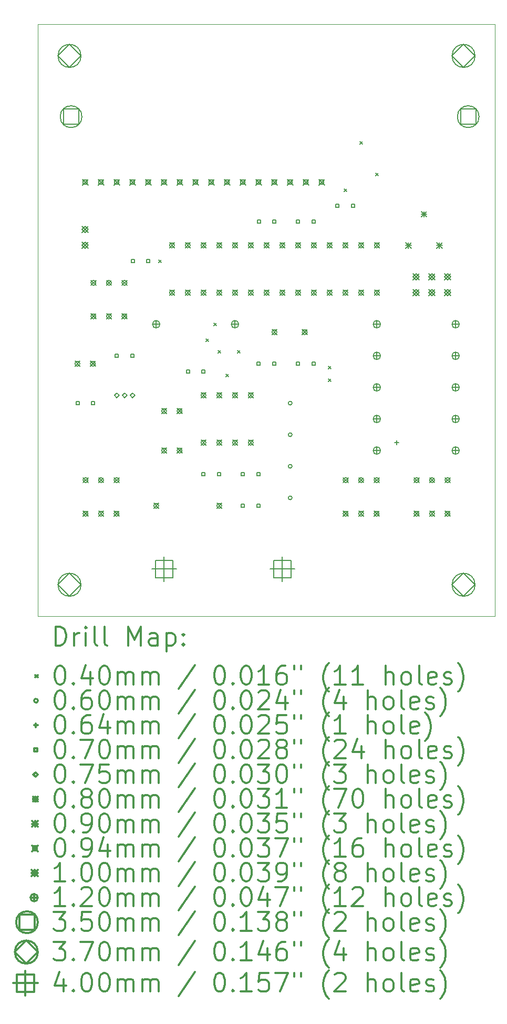
<source format=gbr>
%FSLAX45Y45*%
G04 Gerber Fmt 4.5, Leading zero omitted, Abs format (unit mm)*
G04 Created by KiCad (PCBNEW 5.1.9+dfsg1-1+deb11u1) date 2023-04-03 20:16:07*
%MOMM*%
%LPD*%
G01*
G04 APERTURE LIST*
%TA.AperFunction,Profile*%
%ADD10C,0.050000*%
%TD*%
%ADD11C,0.200000*%
%ADD12C,0.300000*%
G04 APERTURE END LIST*
D10*
X10668000Y-3429000D02*
X10795000Y-3429000D01*
X10668000Y-12954000D02*
X10668000Y-3429000D01*
X10922000Y-12954000D02*
X10668000Y-12954000D01*
X18034000Y-12954000D02*
X10922000Y-12954000D01*
X18034000Y-12700000D02*
X18034000Y-12954000D01*
X18034000Y-3429000D02*
X18034000Y-12700000D01*
X10795000Y-3429000D02*
X18034000Y-3429000D01*
D11*
X12616500Y-7219000D02*
X12656500Y-7259000D01*
X12656500Y-7219000D02*
X12616500Y-7259000D01*
X13378500Y-8489000D02*
X13418500Y-8529000D01*
X13418500Y-8489000D02*
X13378500Y-8529000D01*
X13505500Y-8235000D02*
X13545500Y-8275000D01*
X13545500Y-8235000D02*
X13505500Y-8275000D01*
X13569000Y-8679500D02*
X13609000Y-8719500D01*
X13609000Y-8679500D02*
X13569000Y-8719500D01*
X13696000Y-9060500D02*
X13736000Y-9100500D01*
X13736000Y-9060500D02*
X13696000Y-9100500D01*
X13886500Y-8679500D02*
X13926500Y-8719500D01*
X13926500Y-8679500D02*
X13886500Y-8719500D01*
X15347000Y-8933500D02*
X15387000Y-8973500D01*
X15387000Y-8933500D02*
X15347000Y-8973500D01*
X15347000Y-9133000D02*
X15387000Y-9173000D01*
X15387000Y-9133000D02*
X15347000Y-9173000D01*
X15601000Y-6076000D02*
X15641000Y-6116000D01*
X15641000Y-6076000D02*
X15601000Y-6116000D01*
X15855000Y-5314000D02*
X15895000Y-5354000D01*
X15895000Y-5314000D02*
X15855000Y-5354000D01*
X16109000Y-5822000D02*
X16149000Y-5862000D01*
X16149000Y-5822000D02*
X16109000Y-5862000D01*
X14762000Y-9525000D02*
G75*
G03*
X14762000Y-9525000I-30000J0D01*
G01*
X14762000Y-10033000D02*
G75*
G03*
X14762000Y-10033000I-30000J0D01*
G01*
X14762000Y-10541000D02*
G75*
G03*
X14762000Y-10541000I-30000J0D01*
G01*
X14762000Y-11049000D02*
G75*
G03*
X14762000Y-11049000I-30000J0D01*
G01*
X16446500Y-10128250D02*
X16446500Y-10191750D01*
X16414750Y-10160000D02*
X16478250Y-10160000D01*
X11331749Y-9549749D02*
X11331749Y-9500251D01*
X11282251Y-9500251D01*
X11282251Y-9549749D01*
X11331749Y-9549749D01*
X11581749Y-9549749D02*
X11581749Y-9500251D01*
X11532251Y-9500251D01*
X11532251Y-9549749D01*
X11581749Y-9549749D01*
X11962749Y-8787749D02*
X11962749Y-8738251D01*
X11913251Y-8738251D01*
X11913251Y-8787749D01*
X11962749Y-8787749D01*
X12212749Y-8787749D02*
X12212749Y-8738251D01*
X12163251Y-8738251D01*
X12163251Y-8787749D01*
X12212749Y-8787749D01*
X12220749Y-7263749D02*
X12220749Y-7214251D01*
X12171251Y-7214251D01*
X12171251Y-7263749D01*
X12220749Y-7263749D01*
X12470749Y-7263749D02*
X12470749Y-7214251D01*
X12421251Y-7214251D01*
X12421251Y-7263749D01*
X12470749Y-7263749D01*
X13109749Y-9041749D02*
X13109749Y-8992251D01*
X13060251Y-8992251D01*
X13060251Y-9041749D01*
X13109749Y-9041749D01*
X13359749Y-9041749D02*
X13359749Y-8992251D01*
X13310251Y-8992251D01*
X13310251Y-9041749D01*
X13359749Y-9041749D01*
X13359749Y-10692749D02*
X13359749Y-10643251D01*
X13310251Y-10643251D01*
X13310251Y-10692749D01*
X13359749Y-10692749D01*
X13609749Y-10692749D02*
X13609749Y-10643251D01*
X13560251Y-10643251D01*
X13560251Y-10692749D01*
X13609749Y-10692749D01*
X13994749Y-10692749D02*
X13994749Y-10643251D01*
X13945251Y-10643251D01*
X13945251Y-10692749D01*
X13994749Y-10692749D01*
X13994749Y-11200749D02*
X13994749Y-11151251D01*
X13945251Y-11151251D01*
X13945251Y-11200749D01*
X13994749Y-11200749D01*
X14244749Y-10692749D02*
X14244749Y-10643251D01*
X14195251Y-10643251D01*
X14195251Y-10692749D01*
X14244749Y-10692749D01*
X14244749Y-11200749D02*
X14244749Y-11151251D01*
X14195251Y-11151251D01*
X14195251Y-11200749D01*
X14244749Y-11200749D01*
X14248749Y-8914749D02*
X14248749Y-8865251D01*
X14199251Y-8865251D01*
X14199251Y-8914749D01*
X14248749Y-8914749D01*
X14252749Y-6628749D02*
X14252749Y-6579251D01*
X14203251Y-6579251D01*
X14203251Y-6628749D01*
X14252749Y-6628749D01*
X14498749Y-8914749D02*
X14498749Y-8865251D01*
X14449251Y-8865251D01*
X14449251Y-8914749D01*
X14498749Y-8914749D01*
X14502749Y-6628749D02*
X14502749Y-6579251D01*
X14453251Y-6579251D01*
X14453251Y-6628749D01*
X14502749Y-6628749D01*
X14883749Y-6628749D02*
X14883749Y-6579251D01*
X14834251Y-6579251D01*
X14834251Y-6628749D01*
X14883749Y-6628749D01*
X14883749Y-8914749D02*
X14883749Y-8865251D01*
X14834251Y-8865251D01*
X14834251Y-8914749D01*
X14883749Y-8914749D01*
X15133749Y-6628749D02*
X15133749Y-6579251D01*
X15084251Y-6579251D01*
X15084251Y-6628749D01*
X15133749Y-6628749D01*
X15133749Y-8914749D02*
X15133749Y-8865251D01*
X15084251Y-8865251D01*
X15084251Y-8914749D01*
X15133749Y-8914749D01*
X15518749Y-6374749D02*
X15518749Y-6325251D01*
X15469251Y-6325251D01*
X15469251Y-6374749D01*
X15518749Y-6374749D01*
X15768749Y-6374749D02*
X15768749Y-6325251D01*
X15719251Y-6325251D01*
X15719251Y-6374749D01*
X15768749Y-6374749D01*
X11938000Y-9435500D02*
X11975500Y-9398000D01*
X11938000Y-9360500D01*
X11900500Y-9398000D01*
X11938000Y-9435500D01*
X12065000Y-9435500D02*
X12102500Y-9398000D01*
X12065000Y-9360500D01*
X12027500Y-9398000D01*
X12065000Y-9435500D01*
X12192000Y-9435500D02*
X12229500Y-9398000D01*
X12192000Y-9360500D01*
X12154500Y-9398000D01*
X12192000Y-9435500D01*
X11263000Y-8850000D02*
X11343000Y-8930000D01*
X11343000Y-8850000D02*
X11263000Y-8930000D01*
X11343000Y-8890000D02*
G75*
G03*
X11343000Y-8890000I-40000J0D01*
G01*
X11394000Y-10723000D02*
X11474000Y-10803000D01*
X11474000Y-10723000D02*
X11394000Y-10803000D01*
X11474000Y-10763000D02*
G75*
G03*
X11474000Y-10763000I-40000J0D01*
G01*
X11394000Y-11263000D02*
X11474000Y-11343000D01*
X11474000Y-11263000D02*
X11394000Y-11343000D01*
X11474000Y-11303000D02*
G75*
G03*
X11474000Y-11303000I-40000J0D01*
G01*
X11513000Y-8850000D02*
X11593000Y-8930000D01*
X11593000Y-8850000D02*
X11513000Y-8930000D01*
X11593000Y-8890000D02*
G75*
G03*
X11593000Y-8890000I-40000J0D01*
G01*
X11521000Y-7548000D02*
X11601000Y-7628000D01*
X11601000Y-7548000D02*
X11521000Y-7628000D01*
X11601000Y-7588000D02*
G75*
G03*
X11601000Y-7588000I-40000J0D01*
G01*
X11521000Y-8088000D02*
X11601000Y-8168000D01*
X11601000Y-8088000D02*
X11521000Y-8168000D01*
X11601000Y-8128000D02*
G75*
G03*
X11601000Y-8128000I-40000J0D01*
G01*
X11644000Y-10723000D02*
X11724000Y-10803000D01*
X11724000Y-10723000D02*
X11644000Y-10803000D01*
X11724000Y-10763000D02*
G75*
G03*
X11724000Y-10763000I-40000J0D01*
G01*
X11644000Y-11263000D02*
X11724000Y-11343000D01*
X11724000Y-11263000D02*
X11644000Y-11343000D01*
X11724000Y-11303000D02*
G75*
G03*
X11724000Y-11303000I-40000J0D01*
G01*
X11771000Y-7548000D02*
X11851000Y-7628000D01*
X11851000Y-7548000D02*
X11771000Y-7628000D01*
X11851000Y-7588000D02*
G75*
G03*
X11851000Y-7588000I-40000J0D01*
G01*
X11771000Y-8088000D02*
X11851000Y-8168000D01*
X11851000Y-8088000D02*
X11771000Y-8168000D01*
X11851000Y-8128000D02*
G75*
G03*
X11851000Y-8128000I-40000J0D01*
G01*
X11894000Y-10723000D02*
X11974000Y-10803000D01*
X11974000Y-10723000D02*
X11894000Y-10803000D01*
X11974000Y-10763000D02*
G75*
G03*
X11974000Y-10763000I-40000J0D01*
G01*
X11894000Y-11263000D02*
X11974000Y-11343000D01*
X11974000Y-11263000D02*
X11894000Y-11343000D01*
X11974000Y-11303000D02*
G75*
G03*
X11974000Y-11303000I-40000J0D01*
G01*
X12021000Y-7548000D02*
X12101000Y-7628000D01*
X12101000Y-7548000D02*
X12021000Y-7628000D01*
X12101000Y-7588000D02*
G75*
G03*
X12101000Y-7588000I-40000J0D01*
G01*
X12021000Y-8088000D02*
X12101000Y-8168000D01*
X12101000Y-8088000D02*
X12021000Y-8168000D01*
X12101000Y-8128000D02*
G75*
G03*
X12101000Y-8128000I-40000J0D01*
G01*
X12533000Y-11136000D02*
X12613000Y-11216000D01*
X12613000Y-11136000D02*
X12533000Y-11216000D01*
X12613000Y-11176000D02*
G75*
G03*
X12613000Y-11176000I-40000J0D01*
G01*
X12660000Y-9612000D02*
X12740000Y-9692000D01*
X12740000Y-9612000D02*
X12660000Y-9692000D01*
X12740000Y-9652000D02*
G75*
G03*
X12740000Y-9652000I-40000J0D01*
G01*
X12660000Y-10247000D02*
X12740000Y-10327000D01*
X12740000Y-10247000D02*
X12660000Y-10327000D01*
X12740000Y-10287000D02*
G75*
G03*
X12740000Y-10287000I-40000J0D01*
G01*
X12787000Y-6945000D02*
X12867000Y-7025000D01*
X12867000Y-6945000D02*
X12787000Y-7025000D01*
X12867000Y-6985000D02*
G75*
G03*
X12867000Y-6985000I-40000J0D01*
G01*
X12787000Y-7707000D02*
X12867000Y-7787000D01*
X12867000Y-7707000D02*
X12787000Y-7787000D01*
X12867000Y-7747000D02*
G75*
G03*
X12867000Y-7747000I-40000J0D01*
G01*
X12910000Y-9612000D02*
X12990000Y-9692000D01*
X12990000Y-9612000D02*
X12910000Y-9692000D01*
X12990000Y-9652000D02*
G75*
G03*
X12990000Y-9652000I-40000J0D01*
G01*
X12910000Y-10247000D02*
X12990000Y-10327000D01*
X12990000Y-10247000D02*
X12910000Y-10327000D01*
X12990000Y-10287000D02*
G75*
G03*
X12990000Y-10287000I-40000J0D01*
G01*
X13041000Y-6945000D02*
X13121000Y-7025000D01*
X13121000Y-6945000D02*
X13041000Y-7025000D01*
X13121000Y-6985000D02*
G75*
G03*
X13121000Y-6985000I-40000J0D01*
G01*
X13041000Y-7707000D02*
X13121000Y-7787000D01*
X13121000Y-7707000D02*
X13041000Y-7787000D01*
X13121000Y-7747000D02*
G75*
G03*
X13121000Y-7747000I-40000J0D01*
G01*
X13295000Y-6945000D02*
X13375000Y-7025000D01*
X13375000Y-6945000D02*
X13295000Y-7025000D01*
X13375000Y-6985000D02*
G75*
G03*
X13375000Y-6985000I-40000J0D01*
G01*
X13295000Y-7707000D02*
X13375000Y-7787000D01*
X13375000Y-7707000D02*
X13295000Y-7787000D01*
X13375000Y-7747000D02*
G75*
G03*
X13375000Y-7747000I-40000J0D01*
G01*
X13295000Y-9358000D02*
X13375000Y-9438000D01*
X13375000Y-9358000D02*
X13295000Y-9438000D01*
X13375000Y-9398000D02*
G75*
G03*
X13375000Y-9398000I-40000J0D01*
G01*
X13295000Y-10120000D02*
X13375000Y-10200000D01*
X13375000Y-10120000D02*
X13295000Y-10200000D01*
X13375000Y-10160000D02*
G75*
G03*
X13375000Y-10160000I-40000J0D01*
G01*
X13549000Y-6945000D02*
X13629000Y-7025000D01*
X13629000Y-6945000D02*
X13549000Y-7025000D01*
X13629000Y-6985000D02*
G75*
G03*
X13629000Y-6985000I-40000J0D01*
G01*
X13549000Y-7707000D02*
X13629000Y-7787000D01*
X13629000Y-7707000D02*
X13549000Y-7787000D01*
X13629000Y-7747000D02*
G75*
G03*
X13629000Y-7747000I-40000J0D01*
G01*
X13549000Y-9358000D02*
X13629000Y-9438000D01*
X13629000Y-9358000D02*
X13549000Y-9438000D01*
X13629000Y-9398000D02*
G75*
G03*
X13629000Y-9398000I-40000J0D01*
G01*
X13549000Y-10120000D02*
X13629000Y-10200000D01*
X13629000Y-10120000D02*
X13549000Y-10200000D01*
X13629000Y-10160000D02*
G75*
G03*
X13629000Y-10160000I-40000J0D01*
G01*
X13549000Y-11136000D02*
X13629000Y-11216000D01*
X13629000Y-11136000D02*
X13549000Y-11216000D01*
X13629000Y-11176000D02*
G75*
G03*
X13629000Y-11176000I-40000J0D01*
G01*
X13803000Y-6945000D02*
X13883000Y-7025000D01*
X13883000Y-6945000D02*
X13803000Y-7025000D01*
X13883000Y-6985000D02*
G75*
G03*
X13883000Y-6985000I-40000J0D01*
G01*
X13803000Y-7707000D02*
X13883000Y-7787000D01*
X13883000Y-7707000D02*
X13803000Y-7787000D01*
X13883000Y-7747000D02*
G75*
G03*
X13883000Y-7747000I-40000J0D01*
G01*
X13803000Y-9358000D02*
X13883000Y-9438000D01*
X13883000Y-9358000D02*
X13803000Y-9438000D01*
X13883000Y-9398000D02*
G75*
G03*
X13883000Y-9398000I-40000J0D01*
G01*
X13803000Y-10120000D02*
X13883000Y-10200000D01*
X13883000Y-10120000D02*
X13803000Y-10200000D01*
X13883000Y-10160000D02*
G75*
G03*
X13883000Y-10160000I-40000J0D01*
G01*
X14057000Y-6945000D02*
X14137000Y-7025000D01*
X14137000Y-6945000D02*
X14057000Y-7025000D01*
X14137000Y-6985000D02*
G75*
G03*
X14137000Y-6985000I-40000J0D01*
G01*
X14057000Y-7707000D02*
X14137000Y-7787000D01*
X14137000Y-7707000D02*
X14057000Y-7787000D01*
X14137000Y-7747000D02*
G75*
G03*
X14137000Y-7747000I-40000J0D01*
G01*
X14057000Y-9358000D02*
X14137000Y-9438000D01*
X14137000Y-9358000D02*
X14057000Y-9438000D01*
X14137000Y-9398000D02*
G75*
G03*
X14137000Y-9398000I-40000J0D01*
G01*
X14057000Y-10120000D02*
X14137000Y-10200000D01*
X14137000Y-10120000D02*
X14057000Y-10200000D01*
X14137000Y-10160000D02*
G75*
G03*
X14137000Y-10160000I-40000J0D01*
G01*
X14311000Y-6945000D02*
X14391000Y-7025000D01*
X14391000Y-6945000D02*
X14311000Y-7025000D01*
X14391000Y-6985000D02*
G75*
G03*
X14391000Y-6985000I-40000J0D01*
G01*
X14311000Y-7707000D02*
X14391000Y-7787000D01*
X14391000Y-7707000D02*
X14311000Y-7787000D01*
X14391000Y-7747000D02*
G75*
G03*
X14391000Y-7747000I-40000J0D01*
G01*
X14438000Y-8342000D02*
X14518000Y-8422000D01*
X14518000Y-8342000D02*
X14438000Y-8422000D01*
X14518000Y-8382000D02*
G75*
G03*
X14518000Y-8382000I-40000J0D01*
G01*
X14565000Y-6945000D02*
X14645000Y-7025000D01*
X14645000Y-6945000D02*
X14565000Y-7025000D01*
X14645000Y-6985000D02*
G75*
G03*
X14645000Y-6985000I-40000J0D01*
G01*
X14565000Y-7707000D02*
X14645000Y-7787000D01*
X14645000Y-7707000D02*
X14565000Y-7787000D01*
X14645000Y-7747000D02*
G75*
G03*
X14645000Y-7747000I-40000J0D01*
G01*
X14819000Y-6945000D02*
X14899000Y-7025000D01*
X14899000Y-6945000D02*
X14819000Y-7025000D01*
X14899000Y-6985000D02*
G75*
G03*
X14899000Y-6985000I-40000J0D01*
G01*
X14819000Y-7707000D02*
X14899000Y-7787000D01*
X14899000Y-7707000D02*
X14819000Y-7787000D01*
X14899000Y-7747000D02*
G75*
G03*
X14899000Y-7747000I-40000J0D01*
G01*
X14926000Y-8342000D02*
X15006000Y-8422000D01*
X15006000Y-8342000D02*
X14926000Y-8422000D01*
X15006000Y-8382000D02*
G75*
G03*
X15006000Y-8382000I-40000J0D01*
G01*
X15073000Y-6945000D02*
X15153000Y-7025000D01*
X15153000Y-6945000D02*
X15073000Y-7025000D01*
X15153000Y-6985000D02*
G75*
G03*
X15153000Y-6985000I-40000J0D01*
G01*
X15073000Y-7707000D02*
X15153000Y-7787000D01*
X15153000Y-7707000D02*
X15073000Y-7787000D01*
X15153000Y-7747000D02*
G75*
G03*
X15153000Y-7747000I-40000J0D01*
G01*
X15327000Y-6945000D02*
X15407000Y-7025000D01*
X15407000Y-6945000D02*
X15327000Y-7025000D01*
X15407000Y-6985000D02*
G75*
G03*
X15407000Y-6985000I-40000J0D01*
G01*
X15327000Y-7707000D02*
X15407000Y-7787000D01*
X15407000Y-7707000D02*
X15327000Y-7787000D01*
X15407000Y-7747000D02*
G75*
G03*
X15407000Y-7747000I-40000J0D01*
G01*
X15581000Y-6945000D02*
X15661000Y-7025000D01*
X15661000Y-6945000D02*
X15581000Y-7025000D01*
X15661000Y-6985000D02*
G75*
G03*
X15661000Y-6985000I-40000J0D01*
G01*
X15581000Y-7707000D02*
X15661000Y-7787000D01*
X15661000Y-7707000D02*
X15581000Y-7787000D01*
X15661000Y-7747000D02*
G75*
G03*
X15661000Y-7747000I-40000J0D01*
G01*
X15585000Y-10723000D02*
X15665000Y-10803000D01*
X15665000Y-10723000D02*
X15585000Y-10803000D01*
X15665000Y-10763000D02*
G75*
G03*
X15665000Y-10763000I-40000J0D01*
G01*
X15585000Y-11263000D02*
X15665000Y-11343000D01*
X15665000Y-11263000D02*
X15585000Y-11343000D01*
X15665000Y-11303000D02*
G75*
G03*
X15665000Y-11303000I-40000J0D01*
G01*
X15835000Y-6945000D02*
X15915000Y-7025000D01*
X15915000Y-6945000D02*
X15835000Y-7025000D01*
X15915000Y-6985000D02*
G75*
G03*
X15915000Y-6985000I-40000J0D01*
G01*
X15835000Y-7707000D02*
X15915000Y-7787000D01*
X15915000Y-7707000D02*
X15835000Y-7787000D01*
X15915000Y-7747000D02*
G75*
G03*
X15915000Y-7747000I-40000J0D01*
G01*
X15835000Y-10723000D02*
X15915000Y-10803000D01*
X15915000Y-10723000D02*
X15835000Y-10803000D01*
X15915000Y-10763000D02*
G75*
G03*
X15915000Y-10763000I-40000J0D01*
G01*
X15835000Y-11263000D02*
X15915000Y-11343000D01*
X15915000Y-11263000D02*
X15835000Y-11343000D01*
X15915000Y-11303000D02*
G75*
G03*
X15915000Y-11303000I-40000J0D01*
G01*
X16085000Y-10723000D02*
X16165000Y-10803000D01*
X16165000Y-10723000D02*
X16085000Y-10803000D01*
X16165000Y-10763000D02*
G75*
G03*
X16165000Y-10763000I-40000J0D01*
G01*
X16085000Y-11263000D02*
X16165000Y-11343000D01*
X16165000Y-11263000D02*
X16085000Y-11343000D01*
X16165000Y-11303000D02*
G75*
G03*
X16165000Y-11303000I-40000J0D01*
G01*
X16089000Y-6945000D02*
X16169000Y-7025000D01*
X16169000Y-6945000D02*
X16089000Y-7025000D01*
X16169000Y-6985000D02*
G75*
G03*
X16169000Y-6985000I-40000J0D01*
G01*
X16089000Y-7707000D02*
X16169000Y-7787000D01*
X16169000Y-7707000D02*
X16089000Y-7787000D01*
X16169000Y-7747000D02*
G75*
G03*
X16169000Y-7747000I-40000J0D01*
G01*
X16728000Y-10723000D02*
X16808000Y-10803000D01*
X16808000Y-10723000D02*
X16728000Y-10803000D01*
X16808000Y-10763000D02*
G75*
G03*
X16808000Y-10763000I-40000J0D01*
G01*
X16728000Y-11263000D02*
X16808000Y-11343000D01*
X16808000Y-11263000D02*
X16728000Y-11343000D01*
X16808000Y-11303000D02*
G75*
G03*
X16808000Y-11303000I-40000J0D01*
G01*
X16978000Y-10723000D02*
X17058000Y-10803000D01*
X17058000Y-10723000D02*
X16978000Y-10803000D01*
X17058000Y-10763000D02*
G75*
G03*
X17058000Y-10763000I-40000J0D01*
G01*
X16978000Y-11263000D02*
X17058000Y-11343000D01*
X17058000Y-11263000D02*
X16978000Y-11343000D01*
X17058000Y-11303000D02*
G75*
G03*
X17058000Y-11303000I-40000J0D01*
G01*
X17228000Y-10723000D02*
X17308000Y-10803000D01*
X17308000Y-10723000D02*
X17228000Y-10803000D01*
X17308000Y-10763000D02*
G75*
G03*
X17308000Y-10763000I-40000J0D01*
G01*
X17228000Y-11263000D02*
X17308000Y-11343000D01*
X17308000Y-11263000D02*
X17228000Y-11343000D01*
X17308000Y-11303000D02*
G75*
G03*
X17308000Y-11303000I-40000J0D01*
G01*
X16592000Y-6940000D02*
X16682000Y-7030000D01*
X16682000Y-6940000D02*
X16592000Y-7030000D01*
X16637000Y-6940000D02*
X16637000Y-7030000D01*
X16592000Y-6985000D02*
X16682000Y-6985000D01*
X16842000Y-6440000D02*
X16932000Y-6530000D01*
X16932000Y-6440000D02*
X16842000Y-6530000D01*
X16887000Y-6440000D02*
X16887000Y-6530000D01*
X16842000Y-6485000D02*
X16932000Y-6485000D01*
X17092000Y-6940000D02*
X17182000Y-7030000D01*
X17182000Y-6940000D02*
X17092000Y-7030000D01*
X17137000Y-6940000D02*
X17137000Y-7030000D01*
X17092000Y-6985000D02*
X17182000Y-6985000D01*
X11383010Y-5922010D02*
X11476990Y-6015990D01*
X11476990Y-5922010D02*
X11383010Y-6015990D01*
X11463227Y-6002227D02*
X11463227Y-5935773D01*
X11396773Y-5935773D01*
X11396773Y-6002227D01*
X11463227Y-6002227D01*
X11637010Y-5922010D02*
X11730990Y-6015990D01*
X11730990Y-5922010D02*
X11637010Y-6015990D01*
X11717227Y-6002227D02*
X11717227Y-5935773D01*
X11650773Y-5935773D01*
X11650773Y-6002227D01*
X11717227Y-6002227D01*
X11891010Y-5922010D02*
X11984990Y-6015990D01*
X11984990Y-5922010D02*
X11891010Y-6015990D01*
X11971227Y-6002227D02*
X11971227Y-5935773D01*
X11904773Y-5935773D01*
X11904773Y-6002227D01*
X11971227Y-6002227D01*
X12145010Y-5922010D02*
X12238990Y-6015990D01*
X12238990Y-5922010D02*
X12145010Y-6015990D01*
X12225227Y-6002227D02*
X12225227Y-5935773D01*
X12158773Y-5935773D01*
X12158773Y-6002227D01*
X12225227Y-6002227D01*
X12399010Y-5922010D02*
X12492990Y-6015990D01*
X12492990Y-5922010D02*
X12399010Y-6015990D01*
X12479227Y-6002227D02*
X12479227Y-5935773D01*
X12412773Y-5935773D01*
X12412773Y-6002227D01*
X12479227Y-6002227D01*
X12653010Y-5922010D02*
X12746990Y-6015990D01*
X12746990Y-5922010D02*
X12653010Y-6015990D01*
X12733227Y-6002227D02*
X12733227Y-5935773D01*
X12666773Y-5935773D01*
X12666773Y-6002227D01*
X12733227Y-6002227D01*
X12907010Y-5922010D02*
X13000990Y-6015990D01*
X13000990Y-5922010D02*
X12907010Y-6015990D01*
X12987227Y-6002227D02*
X12987227Y-5935773D01*
X12920773Y-5935773D01*
X12920773Y-6002227D01*
X12987227Y-6002227D01*
X13161010Y-5922010D02*
X13254990Y-6015990D01*
X13254990Y-5922010D02*
X13161010Y-6015990D01*
X13241227Y-6002227D02*
X13241227Y-5935773D01*
X13174773Y-5935773D01*
X13174773Y-6002227D01*
X13241227Y-6002227D01*
X13415010Y-5922010D02*
X13508990Y-6015990D01*
X13508990Y-5922010D02*
X13415010Y-6015990D01*
X13495227Y-6002227D02*
X13495227Y-5935773D01*
X13428773Y-5935773D01*
X13428773Y-6002227D01*
X13495227Y-6002227D01*
X13669010Y-5922010D02*
X13762990Y-6015990D01*
X13762990Y-5922010D02*
X13669010Y-6015990D01*
X13749227Y-6002227D02*
X13749227Y-5935773D01*
X13682773Y-5935773D01*
X13682773Y-6002227D01*
X13749227Y-6002227D01*
X13923010Y-5922010D02*
X14016990Y-6015990D01*
X14016990Y-5922010D02*
X13923010Y-6015990D01*
X14003227Y-6002227D02*
X14003227Y-5935773D01*
X13936773Y-5935773D01*
X13936773Y-6002227D01*
X14003227Y-6002227D01*
X14177010Y-5922010D02*
X14270990Y-6015990D01*
X14270990Y-5922010D02*
X14177010Y-6015990D01*
X14257227Y-6002227D02*
X14257227Y-5935773D01*
X14190773Y-5935773D01*
X14190773Y-6002227D01*
X14257227Y-6002227D01*
X14431010Y-5922010D02*
X14524990Y-6015990D01*
X14524990Y-5922010D02*
X14431010Y-6015990D01*
X14511227Y-6002227D02*
X14511227Y-5935773D01*
X14444773Y-5935773D01*
X14444773Y-6002227D01*
X14511227Y-6002227D01*
X14685010Y-5922010D02*
X14778990Y-6015990D01*
X14778990Y-5922010D02*
X14685010Y-6015990D01*
X14765227Y-6002227D02*
X14765227Y-5935773D01*
X14698773Y-5935773D01*
X14698773Y-6002227D01*
X14765227Y-6002227D01*
X14939010Y-5922010D02*
X15032990Y-6015990D01*
X15032990Y-5922010D02*
X14939010Y-6015990D01*
X15019227Y-6002227D02*
X15019227Y-5935773D01*
X14952773Y-5935773D01*
X14952773Y-6002227D01*
X15019227Y-6002227D01*
X15193010Y-5922010D02*
X15286990Y-6015990D01*
X15286990Y-5922010D02*
X15193010Y-6015990D01*
X15273227Y-6002227D02*
X15273227Y-5935773D01*
X15206773Y-5935773D01*
X15206773Y-6002227D01*
X15273227Y-6002227D01*
X11380000Y-6681000D02*
X11480000Y-6781000D01*
X11480000Y-6681000D02*
X11380000Y-6781000D01*
X11430000Y-6781000D02*
X11480000Y-6731000D01*
X11430000Y-6681000D01*
X11380000Y-6731000D01*
X11430000Y-6781000D01*
X11380000Y-6935000D02*
X11480000Y-7035000D01*
X11480000Y-6935000D02*
X11380000Y-7035000D01*
X11430000Y-7035000D02*
X11480000Y-6985000D01*
X11430000Y-6935000D01*
X11380000Y-6985000D01*
X11430000Y-7035000D01*
X16714000Y-7443000D02*
X16814000Y-7543000D01*
X16814000Y-7443000D02*
X16714000Y-7543000D01*
X16764000Y-7543000D02*
X16814000Y-7493000D01*
X16764000Y-7443000D01*
X16714000Y-7493000D01*
X16764000Y-7543000D01*
X16714000Y-7697000D02*
X16814000Y-7797000D01*
X16814000Y-7697000D02*
X16714000Y-7797000D01*
X16764000Y-7797000D02*
X16814000Y-7747000D01*
X16764000Y-7697000D01*
X16714000Y-7747000D01*
X16764000Y-7797000D01*
X16968000Y-7443000D02*
X17068000Y-7543000D01*
X17068000Y-7443000D02*
X16968000Y-7543000D01*
X17018000Y-7543000D02*
X17068000Y-7493000D01*
X17018000Y-7443000D01*
X16968000Y-7493000D01*
X17018000Y-7543000D01*
X16968000Y-7697000D02*
X17068000Y-7797000D01*
X17068000Y-7697000D02*
X16968000Y-7797000D01*
X17018000Y-7797000D02*
X17068000Y-7747000D01*
X17018000Y-7697000D01*
X16968000Y-7747000D01*
X17018000Y-7797000D01*
X17222000Y-7443000D02*
X17322000Y-7543000D01*
X17322000Y-7443000D02*
X17222000Y-7543000D01*
X17272000Y-7543000D02*
X17322000Y-7493000D01*
X17272000Y-7443000D01*
X17222000Y-7493000D01*
X17272000Y-7543000D01*
X17222000Y-7697000D02*
X17322000Y-7797000D01*
X17322000Y-7697000D02*
X17222000Y-7797000D01*
X17272000Y-7797000D02*
X17322000Y-7747000D01*
X17272000Y-7697000D01*
X17222000Y-7747000D01*
X17272000Y-7797000D01*
X12573000Y-8195000D02*
X12573000Y-8315000D01*
X12513000Y-8255000D02*
X12633000Y-8255000D01*
X12633000Y-8255000D02*
G75*
G03*
X12633000Y-8255000I-60000J0D01*
G01*
X13843000Y-8195000D02*
X13843000Y-8315000D01*
X13783000Y-8255000D02*
X13903000Y-8255000D01*
X13903000Y-8255000D02*
G75*
G03*
X13903000Y-8255000I-60000J0D01*
G01*
X16129000Y-8195000D02*
X16129000Y-8315000D01*
X16069000Y-8255000D02*
X16189000Y-8255000D01*
X16189000Y-8255000D02*
G75*
G03*
X16189000Y-8255000I-60000J0D01*
G01*
X16129000Y-8703000D02*
X16129000Y-8823000D01*
X16069000Y-8763000D02*
X16189000Y-8763000D01*
X16189000Y-8763000D02*
G75*
G03*
X16189000Y-8763000I-60000J0D01*
G01*
X16129000Y-9211000D02*
X16129000Y-9331000D01*
X16069000Y-9271000D02*
X16189000Y-9271000D01*
X16189000Y-9271000D02*
G75*
G03*
X16189000Y-9271000I-60000J0D01*
G01*
X16129000Y-9719000D02*
X16129000Y-9839000D01*
X16069000Y-9779000D02*
X16189000Y-9779000D01*
X16189000Y-9779000D02*
G75*
G03*
X16189000Y-9779000I-60000J0D01*
G01*
X16129000Y-10227000D02*
X16129000Y-10347000D01*
X16069000Y-10287000D02*
X16189000Y-10287000D01*
X16189000Y-10287000D02*
G75*
G03*
X16189000Y-10287000I-60000J0D01*
G01*
X17399000Y-8195000D02*
X17399000Y-8315000D01*
X17339000Y-8255000D02*
X17459000Y-8255000D01*
X17459000Y-8255000D02*
G75*
G03*
X17459000Y-8255000I-60000J0D01*
G01*
X17399000Y-8703000D02*
X17399000Y-8823000D01*
X17339000Y-8763000D02*
X17459000Y-8763000D01*
X17459000Y-8763000D02*
G75*
G03*
X17459000Y-8763000I-60000J0D01*
G01*
X17399000Y-9211000D02*
X17399000Y-9331000D01*
X17339000Y-9271000D02*
X17459000Y-9271000D01*
X17459000Y-9271000D02*
G75*
G03*
X17459000Y-9271000I-60000J0D01*
G01*
X17399000Y-9719000D02*
X17399000Y-9839000D01*
X17339000Y-9779000D02*
X17459000Y-9779000D01*
X17459000Y-9779000D02*
G75*
G03*
X17459000Y-9779000I-60000J0D01*
G01*
X17399000Y-10227000D02*
X17399000Y-10347000D01*
X17339000Y-10287000D02*
X17459000Y-10287000D01*
X17459000Y-10287000D02*
G75*
G03*
X17459000Y-10287000I-60000J0D01*
G01*
X11324745Y-5038745D02*
X11324745Y-4791255D01*
X11077255Y-4791255D01*
X11077255Y-5038745D01*
X11324745Y-5038745D01*
X11376000Y-4915000D02*
G75*
G03*
X11376000Y-4915000I-175000J0D01*
G01*
X17724745Y-5038745D02*
X17724745Y-4791255D01*
X17477255Y-4791255D01*
X17477255Y-5038745D01*
X17724745Y-5038745D01*
X17776000Y-4915000D02*
G75*
G03*
X17776000Y-4915000I-175000J0D01*
G01*
X11176000Y-4122000D02*
X11361000Y-3937000D01*
X11176000Y-3752000D01*
X10991000Y-3937000D01*
X11176000Y-4122000D01*
X11361000Y-3937000D02*
G75*
G03*
X11361000Y-3937000I-185000J0D01*
G01*
X11176000Y-12631000D02*
X11361000Y-12446000D01*
X11176000Y-12261000D01*
X10991000Y-12446000D01*
X11176000Y-12631000D01*
X11361000Y-12446000D02*
G75*
G03*
X11361000Y-12446000I-185000J0D01*
G01*
X17526000Y-4122000D02*
X17711000Y-3937000D01*
X17526000Y-3752000D01*
X17341000Y-3937000D01*
X17526000Y-4122000D01*
X17711000Y-3937000D02*
G75*
G03*
X17711000Y-3937000I-185000J0D01*
G01*
X17526000Y-12631000D02*
X17711000Y-12446000D01*
X17526000Y-12261000D01*
X17341000Y-12446000D01*
X17526000Y-12631000D01*
X17711000Y-12446000D02*
G75*
G03*
X17711000Y-12446000I-185000J0D01*
G01*
X12700000Y-11992000D02*
X12700000Y-12392000D01*
X12500000Y-12192000D02*
X12900000Y-12192000D01*
X12841423Y-12333423D02*
X12841423Y-12050577D01*
X12558577Y-12050577D01*
X12558577Y-12333423D01*
X12841423Y-12333423D01*
X14605000Y-11992000D02*
X14605000Y-12392000D01*
X14405000Y-12192000D02*
X14805000Y-12192000D01*
X14746423Y-12333423D02*
X14746423Y-12050577D01*
X14463577Y-12050577D01*
X14463577Y-12333423D01*
X14746423Y-12333423D01*
D12*
X10951928Y-13422214D02*
X10951928Y-13122214D01*
X11023357Y-13122214D01*
X11066214Y-13136500D01*
X11094786Y-13165071D01*
X11109071Y-13193643D01*
X11123357Y-13250786D01*
X11123357Y-13293643D01*
X11109071Y-13350786D01*
X11094786Y-13379357D01*
X11066214Y-13407929D01*
X11023357Y-13422214D01*
X10951928Y-13422214D01*
X11251928Y-13422214D02*
X11251928Y-13222214D01*
X11251928Y-13279357D02*
X11266214Y-13250786D01*
X11280500Y-13236500D01*
X11309071Y-13222214D01*
X11337643Y-13222214D01*
X11437643Y-13422214D02*
X11437643Y-13222214D01*
X11437643Y-13122214D02*
X11423357Y-13136500D01*
X11437643Y-13150786D01*
X11451928Y-13136500D01*
X11437643Y-13122214D01*
X11437643Y-13150786D01*
X11623357Y-13422214D02*
X11594786Y-13407929D01*
X11580500Y-13379357D01*
X11580500Y-13122214D01*
X11780500Y-13422214D02*
X11751928Y-13407929D01*
X11737643Y-13379357D01*
X11737643Y-13122214D01*
X12123357Y-13422214D02*
X12123357Y-13122214D01*
X12223357Y-13336500D01*
X12323357Y-13122214D01*
X12323357Y-13422214D01*
X12594786Y-13422214D02*
X12594786Y-13265071D01*
X12580500Y-13236500D01*
X12551928Y-13222214D01*
X12494786Y-13222214D01*
X12466214Y-13236500D01*
X12594786Y-13407929D02*
X12566214Y-13422214D01*
X12494786Y-13422214D01*
X12466214Y-13407929D01*
X12451928Y-13379357D01*
X12451928Y-13350786D01*
X12466214Y-13322214D01*
X12494786Y-13307929D01*
X12566214Y-13307929D01*
X12594786Y-13293643D01*
X12737643Y-13222214D02*
X12737643Y-13522214D01*
X12737643Y-13236500D02*
X12766214Y-13222214D01*
X12823357Y-13222214D01*
X12851928Y-13236500D01*
X12866214Y-13250786D01*
X12880500Y-13279357D01*
X12880500Y-13365071D01*
X12866214Y-13393643D01*
X12851928Y-13407929D01*
X12823357Y-13422214D01*
X12766214Y-13422214D01*
X12737643Y-13407929D01*
X13009071Y-13393643D02*
X13023357Y-13407929D01*
X13009071Y-13422214D01*
X12994786Y-13407929D01*
X13009071Y-13393643D01*
X13009071Y-13422214D01*
X13009071Y-13236500D02*
X13023357Y-13250786D01*
X13009071Y-13265071D01*
X12994786Y-13250786D01*
X13009071Y-13236500D01*
X13009071Y-13265071D01*
X10625500Y-13896500D02*
X10665500Y-13936500D01*
X10665500Y-13896500D02*
X10625500Y-13936500D01*
X11009071Y-13752214D02*
X11037643Y-13752214D01*
X11066214Y-13766500D01*
X11080500Y-13780786D01*
X11094786Y-13809357D01*
X11109071Y-13866500D01*
X11109071Y-13937929D01*
X11094786Y-13995071D01*
X11080500Y-14023643D01*
X11066214Y-14037929D01*
X11037643Y-14052214D01*
X11009071Y-14052214D01*
X10980500Y-14037929D01*
X10966214Y-14023643D01*
X10951928Y-13995071D01*
X10937643Y-13937929D01*
X10937643Y-13866500D01*
X10951928Y-13809357D01*
X10966214Y-13780786D01*
X10980500Y-13766500D01*
X11009071Y-13752214D01*
X11237643Y-14023643D02*
X11251928Y-14037929D01*
X11237643Y-14052214D01*
X11223357Y-14037929D01*
X11237643Y-14023643D01*
X11237643Y-14052214D01*
X11509071Y-13852214D02*
X11509071Y-14052214D01*
X11437643Y-13737929D02*
X11366214Y-13952214D01*
X11551928Y-13952214D01*
X11723357Y-13752214D02*
X11751928Y-13752214D01*
X11780500Y-13766500D01*
X11794786Y-13780786D01*
X11809071Y-13809357D01*
X11823357Y-13866500D01*
X11823357Y-13937929D01*
X11809071Y-13995071D01*
X11794786Y-14023643D01*
X11780500Y-14037929D01*
X11751928Y-14052214D01*
X11723357Y-14052214D01*
X11694786Y-14037929D01*
X11680500Y-14023643D01*
X11666214Y-13995071D01*
X11651928Y-13937929D01*
X11651928Y-13866500D01*
X11666214Y-13809357D01*
X11680500Y-13780786D01*
X11694786Y-13766500D01*
X11723357Y-13752214D01*
X11951928Y-14052214D02*
X11951928Y-13852214D01*
X11951928Y-13880786D02*
X11966214Y-13866500D01*
X11994786Y-13852214D01*
X12037643Y-13852214D01*
X12066214Y-13866500D01*
X12080500Y-13895071D01*
X12080500Y-14052214D01*
X12080500Y-13895071D02*
X12094786Y-13866500D01*
X12123357Y-13852214D01*
X12166214Y-13852214D01*
X12194786Y-13866500D01*
X12209071Y-13895071D01*
X12209071Y-14052214D01*
X12351928Y-14052214D02*
X12351928Y-13852214D01*
X12351928Y-13880786D02*
X12366214Y-13866500D01*
X12394786Y-13852214D01*
X12437643Y-13852214D01*
X12466214Y-13866500D01*
X12480500Y-13895071D01*
X12480500Y-14052214D01*
X12480500Y-13895071D02*
X12494786Y-13866500D01*
X12523357Y-13852214D01*
X12566214Y-13852214D01*
X12594786Y-13866500D01*
X12609071Y-13895071D01*
X12609071Y-14052214D01*
X13194786Y-13737929D02*
X12937643Y-14123643D01*
X13580500Y-13752214D02*
X13609071Y-13752214D01*
X13637643Y-13766500D01*
X13651928Y-13780786D01*
X13666214Y-13809357D01*
X13680500Y-13866500D01*
X13680500Y-13937929D01*
X13666214Y-13995071D01*
X13651928Y-14023643D01*
X13637643Y-14037929D01*
X13609071Y-14052214D01*
X13580500Y-14052214D01*
X13551928Y-14037929D01*
X13537643Y-14023643D01*
X13523357Y-13995071D01*
X13509071Y-13937929D01*
X13509071Y-13866500D01*
X13523357Y-13809357D01*
X13537643Y-13780786D01*
X13551928Y-13766500D01*
X13580500Y-13752214D01*
X13809071Y-14023643D02*
X13823357Y-14037929D01*
X13809071Y-14052214D01*
X13794786Y-14037929D01*
X13809071Y-14023643D01*
X13809071Y-14052214D01*
X14009071Y-13752214D02*
X14037643Y-13752214D01*
X14066214Y-13766500D01*
X14080500Y-13780786D01*
X14094786Y-13809357D01*
X14109071Y-13866500D01*
X14109071Y-13937929D01*
X14094786Y-13995071D01*
X14080500Y-14023643D01*
X14066214Y-14037929D01*
X14037643Y-14052214D01*
X14009071Y-14052214D01*
X13980500Y-14037929D01*
X13966214Y-14023643D01*
X13951928Y-13995071D01*
X13937643Y-13937929D01*
X13937643Y-13866500D01*
X13951928Y-13809357D01*
X13966214Y-13780786D01*
X13980500Y-13766500D01*
X14009071Y-13752214D01*
X14394786Y-14052214D02*
X14223357Y-14052214D01*
X14309071Y-14052214D02*
X14309071Y-13752214D01*
X14280500Y-13795071D01*
X14251928Y-13823643D01*
X14223357Y-13837929D01*
X14651928Y-13752214D02*
X14594786Y-13752214D01*
X14566214Y-13766500D01*
X14551928Y-13780786D01*
X14523357Y-13823643D01*
X14509071Y-13880786D01*
X14509071Y-13995071D01*
X14523357Y-14023643D01*
X14537643Y-14037929D01*
X14566214Y-14052214D01*
X14623357Y-14052214D01*
X14651928Y-14037929D01*
X14666214Y-14023643D01*
X14680500Y-13995071D01*
X14680500Y-13923643D01*
X14666214Y-13895071D01*
X14651928Y-13880786D01*
X14623357Y-13866500D01*
X14566214Y-13866500D01*
X14537643Y-13880786D01*
X14523357Y-13895071D01*
X14509071Y-13923643D01*
X14794786Y-13752214D02*
X14794786Y-13809357D01*
X14909071Y-13752214D02*
X14909071Y-13809357D01*
X15351928Y-14166500D02*
X15337643Y-14152214D01*
X15309071Y-14109357D01*
X15294786Y-14080786D01*
X15280500Y-14037929D01*
X15266214Y-13966500D01*
X15266214Y-13909357D01*
X15280500Y-13837929D01*
X15294786Y-13795071D01*
X15309071Y-13766500D01*
X15337643Y-13723643D01*
X15351928Y-13709357D01*
X15623357Y-14052214D02*
X15451928Y-14052214D01*
X15537643Y-14052214D02*
X15537643Y-13752214D01*
X15509071Y-13795071D01*
X15480500Y-13823643D01*
X15451928Y-13837929D01*
X15909071Y-14052214D02*
X15737643Y-14052214D01*
X15823357Y-14052214D02*
X15823357Y-13752214D01*
X15794786Y-13795071D01*
X15766214Y-13823643D01*
X15737643Y-13837929D01*
X16266214Y-14052214D02*
X16266214Y-13752214D01*
X16394786Y-14052214D02*
X16394786Y-13895071D01*
X16380500Y-13866500D01*
X16351928Y-13852214D01*
X16309071Y-13852214D01*
X16280500Y-13866500D01*
X16266214Y-13880786D01*
X16580500Y-14052214D02*
X16551928Y-14037929D01*
X16537643Y-14023643D01*
X16523357Y-13995071D01*
X16523357Y-13909357D01*
X16537643Y-13880786D01*
X16551928Y-13866500D01*
X16580500Y-13852214D01*
X16623357Y-13852214D01*
X16651928Y-13866500D01*
X16666214Y-13880786D01*
X16680500Y-13909357D01*
X16680500Y-13995071D01*
X16666214Y-14023643D01*
X16651928Y-14037929D01*
X16623357Y-14052214D01*
X16580500Y-14052214D01*
X16851928Y-14052214D02*
X16823357Y-14037929D01*
X16809071Y-14009357D01*
X16809071Y-13752214D01*
X17080500Y-14037929D02*
X17051928Y-14052214D01*
X16994786Y-14052214D01*
X16966214Y-14037929D01*
X16951928Y-14009357D01*
X16951928Y-13895071D01*
X16966214Y-13866500D01*
X16994786Y-13852214D01*
X17051928Y-13852214D01*
X17080500Y-13866500D01*
X17094786Y-13895071D01*
X17094786Y-13923643D01*
X16951928Y-13952214D01*
X17209071Y-14037929D02*
X17237643Y-14052214D01*
X17294786Y-14052214D01*
X17323357Y-14037929D01*
X17337643Y-14009357D01*
X17337643Y-13995071D01*
X17323357Y-13966500D01*
X17294786Y-13952214D01*
X17251928Y-13952214D01*
X17223357Y-13937929D01*
X17209071Y-13909357D01*
X17209071Y-13895071D01*
X17223357Y-13866500D01*
X17251928Y-13852214D01*
X17294786Y-13852214D01*
X17323357Y-13866500D01*
X17437643Y-14166500D02*
X17451928Y-14152214D01*
X17480500Y-14109357D01*
X17494786Y-14080786D01*
X17509071Y-14037929D01*
X17523357Y-13966500D01*
X17523357Y-13909357D01*
X17509071Y-13837929D01*
X17494786Y-13795071D01*
X17480500Y-13766500D01*
X17451928Y-13723643D01*
X17437643Y-13709357D01*
X10665500Y-14312500D02*
G75*
G03*
X10665500Y-14312500I-30000J0D01*
G01*
X11009071Y-14148214D02*
X11037643Y-14148214D01*
X11066214Y-14162500D01*
X11080500Y-14176786D01*
X11094786Y-14205357D01*
X11109071Y-14262500D01*
X11109071Y-14333929D01*
X11094786Y-14391071D01*
X11080500Y-14419643D01*
X11066214Y-14433929D01*
X11037643Y-14448214D01*
X11009071Y-14448214D01*
X10980500Y-14433929D01*
X10966214Y-14419643D01*
X10951928Y-14391071D01*
X10937643Y-14333929D01*
X10937643Y-14262500D01*
X10951928Y-14205357D01*
X10966214Y-14176786D01*
X10980500Y-14162500D01*
X11009071Y-14148214D01*
X11237643Y-14419643D02*
X11251928Y-14433929D01*
X11237643Y-14448214D01*
X11223357Y-14433929D01*
X11237643Y-14419643D01*
X11237643Y-14448214D01*
X11509071Y-14148214D02*
X11451928Y-14148214D01*
X11423357Y-14162500D01*
X11409071Y-14176786D01*
X11380500Y-14219643D01*
X11366214Y-14276786D01*
X11366214Y-14391071D01*
X11380500Y-14419643D01*
X11394786Y-14433929D01*
X11423357Y-14448214D01*
X11480500Y-14448214D01*
X11509071Y-14433929D01*
X11523357Y-14419643D01*
X11537643Y-14391071D01*
X11537643Y-14319643D01*
X11523357Y-14291071D01*
X11509071Y-14276786D01*
X11480500Y-14262500D01*
X11423357Y-14262500D01*
X11394786Y-14276786D01*
X11380500Y-14291071D01*
X11366214Y-14319643D01*
X11723357Y-14148214D02*
X11751928Y-14148214D01*
X11780500Y-14162500D01*
X11794786Y-14176786D01*
X11809071Y-14205357D01*
X11823357Y-14262500D01*
X11823357Y-14333929D01*
X11809071Y-14391071D01*
X11794786Y-14419643D01*
X11780500Y-14433929D01*
X11751928Y-14448214D01*
X11723357Y-14448214D01*
X11694786Y-14433929D01*
X11680500Y-14419643D01*
X11666214Y-14391071D01*
X11651928Y-14333929D01*
X11651928Y-14262500D01*
X11666214Y-14205357D01*
X11680500Y-14176786D01*
X11694786Y-14162500D01*
X11723357Y-14148214D01*
X11951928Y-14448214D02*
X11951928Y-14248214D01*
X11951928Y-14276786D02*
X11966214Y-14262500D01*
X11994786Y-14248214D01*
X12037643Y-14248214D01*
X12066214Y-14262500D01*
X12080500Y-14291071D01*
X12080500Y-14448214D01*
X12080500Y-14291071D02*
X12094786Y-14262500D01*
X12123357Y-14248214D01*
X12166214Y-14248214D01*
X12194786Y-14262500D01*
X12209071Y-14291071D01*
X12209071Y-14448214D01*
X12351928Y-14448214D02*
X12351928Y-14248214D01*
X12351928Y-14276786D02*
X12366214Y-14262500D01*
X12394786Y-14248214D01*
X12437643Y-14248214D01*
X12466214Y-14262500D01*
X12480500Y-14291071D01*
X12480500Y-14448214D01*
X12480500Y-14291071D02*
X12494786Y-14262500D01*
X12523357Y-14248214D01*
X12566214Y-14248214D01*
X12594786Y-14262500D01*
X12609071Y-14291071D01*
X12609071Y-14448214D01*
X13194786Y-14133929D02*
X12937643Y-14519643D01*
X13580500Y-14148214D02*
X13609071Y-14148214D01*
X13637643Y-14162500D01*
X13651928Y-14176786D01*
X13666214Y-14205357D01*
X13680500Y-14262500D01*
X13680500Y-14333929D01*
X13666214Y-14391071D01*
X13651928Y-14419643D01*
X13637643Y-14433929D01*
X13609071Y-14448214D01*
X13580500Y-14448214D01*
X13551928Y-14433929D01*
X13537643Y-14419643D01*
X13523357Y-14391071D01*
X13509071Y-14333929D01*
X13509071Y-14262500D01*
X13523357Y-14205357D01*
X13537643Y-14176786D01*
X13551928Y-14162500D01*
X13580500Y-14148214D01*
X13809071Y-14419643D02*
X13823357Y-14433929D01*
X13809071Y-14448214D01*
X13794786Y-14433929D01*
X13809071Y-14419643D01*
X13809071Y-14448214D01*
X14009071Y-14148214D02*
X14037643Y-14148214D01*
X14066214Y-14162500D01*
X14080500Y-14176786D01*
X14094786Y-14205357D01*
X14109071Y-14262500D01*
X14109071Y-14333929D01*
X14094786Y-14391071D01*
X14080500Y-14419643D01*
X14066214Y-14433929D01*
X14037643Y-14448214D01*
X14009071Y-14448214D01*
X13980500Y-14433929D01*
X13966214Y-14419643D01*
X13951928Y-14391071D01*
X13937643Y-14333929D01*
X13937643Y-14262500D01*
X13951928Y-14205357D01*
X13966214Y-14176786D01*
X13980500Y-14162500D01*
X14009071Y-14148214D01*
X14223357Y-14176786D02*
X14237643Y-14162500D01*
X14266214Y-14148214D01*
X14337643Y-14148214D01*
X14366214Y-14162500D01*
X14380500Y-14176786D01*
X14394786Y-14205357D01*
X14394786Y-14233929D01*
X14380500Y-14276786D01*
X14209071Y-14448214D01*
X14394786Y-14448214D01*
X14651928Y-14248214D02*
X14651928Y-14448214D01*
X14580500Y-14133929D02*
X14509071Y-14348214D01*
X14694786Y-14348214D01*
X14794786Y-14148214D02*
X14794786Y-14205357D01*
X14909071Y-14148214D02*
X14909071Y-14205357D01*
X15351928Y-14562500D02*
X15337643Y-14548214D01*
X15309071Y-14505357D01*
X15294786Y-14476786D01*
X15280500Y-14433929D01*
X15266214Y-14362500D01*
X15266214Y-14305357D01*
X15280500Y-14233929D01*
X15294786Y-14191071D01*
X15309071Y-14162500D01*
X15337643Y-14119643D01*
X15351928Y-14105357D01*
X15594786Y-14248214D02*
X15594786Y-14448214D01*
X15523357Y-14133929D02*
X15451928Y-14348214D01*
X15637643Y-14348214D01*
X15980500Y-14448214D02*
X15980500Y-14148214D01*
X16109071Y-14448214D02*
X16109071Y-14291071D01*
X16094786Y-14262500D01*
X16066214Y-14248214D01*
X16023357Y-14248214D01*
X15994786Y-14262500D01*
X15980500Y-14276786D01*
X16294786Y-14448214D02*
X16266214Y-14433929D01*
X16251928Y-14419643D01*
X16237643Y-14391071D01*
X16237643Y-14305357D01*
X16251928Y-14276786D01*
X16266214Y-14262500D01*
X16294786Y-14248214D01*
X16337643Y-14248214D01*
X16366214Y-14262500D01*
X16380500Y-14276786D01*
X16394786Y-14305357D01*
X16394786Y-14391071D01*
X16380500Y-14419643D01*
X16366214Y-14433929D01*
X16337643Y-14448214D01*
X16294786Y-14448214D01*
X16566214Y-14448214D02*
X16537643Y-14433929D01*
X16523357Y-14405357D01*
X16523357Y-14148214D01*
X16794786Y-14433929D02*
X16766214Y-14448214D01*
X16709071Y-14448214D01*
X16680500Y-14433929D01*
X16666214Y-14405357D01*
X16666214Y-14291071D01*
X16680500Y-14262500D01*
X16709071Y-14248214D01*
X16766214Y-14248214D01*
X16794786Y-14262500D01*
X16809071Y-14291071D01*
X16809071Y-14319643D01*
X16666214Y-14348214D01*
X16923357Y-14433929D02*
X16951928Y-14448214D01*
X17009071Y-14448214D01*
X17037643Y-14433929D01*
X17051928Y-14405357D01*
X17051928Y-14391071D01*
X17037643Y-14362500D01*
X17009071Y-14348214D01*
X16966214Y-14348214D01*
X16937643Y-14333929D01*
X16923357Y-14305357D01*
X16923357Y-14291071D01*
X16937643Y-14262500D01*
X16966214Y-14248214D01*
X17009071Y-14248214D01*
X17037643Y-14262500D01*
X17151928Y-14562500D02*
X17166214Y-14548214D01*
X17194786Y-14505357D01*
X17209071Y-14476786D01*
X17223357Y-14433929D01*
X17237643Y-14362500D01*
X17237643Y-14305357D01*
X17223357Y-14233929D01*
X17209071Y-14191071D01*
X17194786Y-14162500D01*
X17166214Y-14119643D01*
X17151928Y-14105357D01*
X10633750Y-14676750D02*
X10633750Y-14740250D01*
X10602000Y-14708500D02*
X10665500Y-14708500D01*
X11009071Y-14544214D02*
X11037643Y-14544214D01*
X11066214Y-14558500D01*
X11080500Y-14572786D01*
X11094786Y-14601357D01*
X11109071Y-14658500D01*
X11109071Y-14729929D01*
X11094786Y-14787071D01*
X11080500Y-14815643D01*
X11066214Y-14829929D01*
X11037643Y-14844214D01*
X11009071Y-14844214D01*
X10980500Y-14829929D01*
X10966214Y-14815643D01*
X10951928Y-14787071D01*
X10937643Y-14729929D01*
X10937643Y-14658500D01*
X10951928Y-14601357D01*
X10966214Y-14572786D01*
X10980500Y-14558500D01*
X11009071Y-14544214D01*
X11237643Y-14815643D02*
X11251928Y-14829929D01*
X11237643Y-14844214D01*
X11223357Y-14829929D01*
X11237643Y-14815643D01*
X11237643Y-14844214D01*
X11509071Y-14544214D02*
X11451928Y-14544214D01*
X11423357Y-14558500D01*
X11409071Y-14572786D01*
X11380500Y-14615643D01*
X11366214Y-14672786D01*
X11366214Y-14787071D01*
X11380500Y-14815643D01*
X11394786Y-14829929D01*
X11423357Y-14844214D01*
X11480500Y-14844214D01*
X11509071Y-14829929D01*
X11523357Y-14815643D01*
X11537643Y-14787071D01*
X11537643Y-14715643D01*
X11523357Y-14687071D01*
X11509071Y-14672786D01*
X11480500Y-14658500D01*
X11423357Y-14658500D01*
X11394786Y-14672786D01*
X11380500Y-14687071D01*
X11366214Y-14715643D01*
X11794786Y-14644214D02*
X11794786Y-14844214D01*
X11723357Y-14529929D02*
X11651928Y-14744214D01*
X11837643Y-14744214D01*
X11951928Y-14844214D02*
X11951928Y-14644214D01*
X11951928Y-14672786D02*
X11966214Y-14658500D01*
X11994786Y-14644214D01*
X12037643Y-14644214D01*
X12066214Y-14658500D01*
X12080500Y-14687071D01*
X12080500Y-14844214D01*
X12080500Y-14687071D02*
X12094786Y-14658500D01*
X12123357Y-14644214D01*
X12166214Y-14644214D01*
X12194786Y-14658500D01*
X12209071Y-14687071D01*
X12209071Y-14844214D01*
X12351928Y-14844214D02*
X12351928Y-14644214D01*
X12351928Y-14672786D02*
X12366214Y-14658500D01*
X12394786Y-14644214D01*
X12437643Y-14644214D01*
X12466214Y-14658500D01*
X12480500Y-14687071D01*
X12480500Y-14844214D01*
X12480500Y-14687071D02*
X12494786Y-14658500D01*
X12523357Y-14644214D01*
X12566214Y-14644214D01*
X12594786Y-14658500D01*
X12609071Y-14687071D01*
X12609071Y-14844214D01*
X13194786Y-14529929D02*
X12937643Y-14915643D01*
X13580500Y-14544214D02*
X13609071Y-14544214D01*
X13637643Y-14558500D01*
X13651928Y-14572786D01*
X13666214Y-14601357D01*
X13680500Y-14658500D01*
X13680500Y-14729929D01*
X13666214Y-14787071D01*
X13651928Y-14815643D01*
X13637643Y-14829929D01*
X13609071Y-14844214D01*
X13580500Y-14844214D01*
X13551928Y-14829929D01*
X13537643Y-14815643D01*
X13523357Y-14787071D01*
X13509071Y-14729929D01*
X13509071Y-14658500D01*
X13523357Y-14601357D01*
X13537643Y-14572786D01*
X13551928Y-14558500D01*
X13580500Y-14544214D01*
X13809071Y-14815643D02*
X13823357Y-14829929D01*
X13809071Y-14844214D01*
X13794786Y-14829929D01*
X13809071Y-14815643D01*
X13809071Y-14844214D01*
X14009071Y-14544214D02*
X14037643Y-14544214D01*
X14066214Y-14558500D01*
X14080500Y-14572786D01*
X14094786Y-14601357D01*
X14109071Y-14658500D01*
X14109071Y-14729929D01*
X14094786Y-14787071D01*
X14080500Y-14815643D01*
X14066214Y-14829929D01*
X14037643Y-14844214D01*
X14009071Y-14844214D01*
X13980500Y-14829929D01*
X13966214Y-14815643D01*
X13951928Y-14787071D01*
X13937643Y-14729929D01*
X13937643Y-14658500D01*
X13951928Y-14601357D01*
X13966214Y-14572786D01*
X13980500Y-14558500D01*
X14009071Y-14544214D01*
X14223357Y-14572786D02*
X14237643Y-14558500D01*
X14266214Y-14544214D01*
X14337643Y-14544214D01*
X14366214Y-14558500D01*
X14380500Y-14572786D01*
X14394786Y-14601357D01*
X14394786Y-14629929D01*
X14380500Y-14672786D01*
X14209071Y-14844214D01*
X14394786Y-14844214D01*
X14666214Y-14544214D02*
X14523357Y-14544214D01*
X14509071Y-14687071D01*
X14523357Y-14672786D01*
X14551928Y-14658500D01*
X14623357Y-14658500D01*
X14651928Y-14672786D01*
X14666214Y-14687071D01*
X14680500Y-14715643D01*
X14680500Y-14787071D01*
X14666214Y-14815643D01*
X14651928Y-14829929D01*
X14623357Y-14844214D01*
X14551928Y-14844214D01*
X14523357Y-14829929D01*
X14509071Y-14815643D01*
X14794786Y-14544214D02*
X14794786Y-14601357D01*
X14909071Y-14544214D02*
X14909071Y-14601357D01*
X15351928Y-14958500D02*
X15337643Y-14944214D01*
X15309071Y-14901357D01*
X15294786Y-14872786D01*
X15280500Y-14829929D01*
X15266214Y-14758500D01*
X15266214Y-14701357D01*
X15280500Y-14629929D01*
X15294786Y-14587071D01*
X15309071Y-14558500D01*
X15337643Y-14515643D01*
X15351928Y-14501357D01*
X15623357Y-14844214D02*
X15451928Y-14844214D01*
X15537643Y-14844214D02*
X15537643Y-14544214D01*
X15509071Y-14587071D01*
X15480500Y-14615643D01*
X15451928Y-14629929D01*
X15980500Y-14844214D02*
X15980500Y-14544214D01*
X16109071Y-14844214D02*
X16109071Y-14687071D01*
X16094786Y-14658500D01*
X16066214Y-14644214D01*
X16023357Y-14644214D01*
X15994786Y-14658500D01*
X15980500Y-14672786D01*
X16294786Y-14844214D02*
X16266214Y-14829929D01*
X16251928Y-14815643D01*
X16237643Y-14787071D01*
X16237643Y-14701357D01*
X16251928Y-14672786D01*
X16266214Y-14658500D01*
X16294786Y-14644214D01*
X16337643Y-14644214D01*
X16366214Y-14658500D01*
X16380500Y-14672786D01*
X16394786Y-14701357D01*
X16394786Y-14787071D01*
X16380500Y-14815643D01*
X16366214Y-14829929D01*
X16337643Y-14844214D01*
X16294786Y-14844214D01*
X16566214Y-14844214D02*
X16537643Y-14829929D01*
X16523357Y-14801357D01*
X16523357Y-14544214D01*
X16794786Y-14829929D02*
X16766214Y-14844214D01*
X16709071Y-14844214D01*
X16680500Y-14829929D01*
X16666214Y-14801357D01*
X16666214Y-14687071D01*
X16680500Y-14658500D01*
X16709071Y-14644214D01*
X16766214Y-14644214D01*
X16794786Y-14658500D01*
X16809071Y-14687071D01*
X16809071Y-14715643D01*
X16666214Y-14744214D01*
X16909071Y-14958500D02*
X16923357Y-14944214D01*
X16951928Y-14901357D01*
X16966214Y-14872786D01*
X16980500Y-14829929D01*
X16994786Y-14758500D01*
X16994786Y-14701357D01*
X16980500Y-14629929D01*
X16966214Y-14587071D01*
X16951928Y-14558500D01*
X16923357Y-14515643D01*
X16909071Y-14501357D01*
X10655249Y-15129249D02*
X10655249Y-15079751D01*
X10605751Y-15079751D01*
X10605751Y-15129249D01*
X10655249Y-15129249D01*
X11009071Y-14940214D02*
X11037643Y-14940214D01*
X11066214Y-14954500D01*
X11080500Y-14968786D01*
X11094786Y-14997357D01*
X11109071Y-15054500D01*
X11109071Y-15125929D01*
X11094786Y-15183071D01*
X11080500Y-15211643D01*
X11066214Y-15225929D01*
X11037643Y-15240214D01*
X11009071Y-15240214D01*
X10980500Y-15225929D01*
X10966214Y-15211643D01*
X10951928Y-15183071D01*
X10937643Y-15125929D01*
X10937643Y-15054500D01*
X10951928Y-14997357D01*
X10966214Y-14968786D01*
X10980500Y-14954500D01*
X11009071Y-14940214D01*
X11237643Y-15211643D02*
X11251928Y-15225929D01*
X11237643Y-15240214D01*
X11223357Y-15225929D01*
X11237643Y-15211643D01*
X11237643Y-15240214D01*
X11351928Y-14940214D02*
X11551928Y-14940214D01*
X11423357Y-15240214D01*
X11723357Y-14940214D02*
X11751928Y-14940214D01*
X11780500Y-14954500D01*
X11794786Y-14968786D01*
X11809071Y-14997357D01*
X11823357Y-15054500D01*
X11823357Y-15125929D01*
X11809071Y-15183071D01*
X11794786Y-15211643D01*
X11780500Y-15225929D01*
X11751928Y-15240214D01*
X11723357Y-15240214D01*
X11694786Y-15225929D01*
X11680500Y-15211643D01*
X11666214Y-15183071D01*
X11651928Y-15125929D01*
X11651928Y-15054500D01*
X11666214Y-14997357D01*
X11680500Y-14968786D01*
X11694786Y-14954500D01*
X11723357Y-14940214D01*
X11951928Y-15240214D02*
X11951928Y-15040214D01*
X11951928Y-15068786D02*
X11966214Y-15054500D01*
X11994786Y-15040214D01*
X12037643Y-15040214D01*
X12066214Y-15054500D01*
X12080500Y-15083071D01*
X12080500Y-15240214D01*
X12080500Y-15083071D02*
X12094786Y-15054500D01*
X12123357Y-15040214D01*
X12166214Y-15040214D01*
X12194786Y-15054500D01*
X12209071Y-15083071D01*
X12209071Y-15240214D01*
X12351928Y-15240214D02*
X12351928Y-15040214D01*
X12351928Y-15068786D02*
X12366214Y-15054500D01*
X12394786Y-15040214D01*
X12437643Y-15040214D01*
X12466214Y-15054500D01*
X12480500Y-15083071D01*
X12480500Y-15240214D01*
X12480500Y-15083071D02*
X12494786Y-15054500D01*
X12523357Y-15040214D01*
X12566214Y-15040214D01*
X12594786Y-15054500D01*
X12609071Y-15083071D01*
X12609071Y-15240214D01*
X13194786Y-14925929D02*
X12937643Y-15311643D01*
X13580500Y-14940214D02*
X13609071Y-14940214D01*
X13637643Y-14954500D01*
X13651928Y-14968786D01*
X13666214Y-14997357D01*
X13680500Y-15054500D01*
X13680500Y-15125929D01*
X13666214Y-15183071D01*
X13651928Y-15211643D01*
X13637643Y-15225929D01*
X13609071Y-15240214D01*
X13580500Y-15240214D01*
X13551928Y-15225929D01*
X13537643Y-15211643D01*
X13523357Y-15183071D01*
X13509071Y-15125929D01*
X13509071Y-15054500D01*
X13523357Y-14997357D01*
X13537643Y-14968786D01*
X13551928Y-14954500D01*
X13580500Y-14940214D01*
X13809071Y-15211643D02*
X13823357Y-15225929D01*
X13809071Y-15240214D01*
X13794786Y-15225929D01*
X13809071Y-15211643D01*
X13809071Y-15240214D01*
X14009071Y-14940214D02*
X14037643Y-14940214D01*
X14066214Y-14954500D01*
X14080500Y-14968786D01*
X14094786Y-14997357D01*
X14109071Y-15054500D01*
X14109071Y-15125929D01*
X14094786Y-15183071D01*
X14080500Y-15211643D01*
X14066214Y-15225929D01*
X14037643Y-15240214D01*
X14009071Y-15240214D01*
X13980500Y-15225929D01*
X13966214Y-15211643D01*
X13951928Y-15183071D01*
X13937643Y-15125929D01*
X13937643Y-15054500D01*
X13951928Y-14997357D01*
X13966214Y-14968786D01*
X13980500Y-14954500D01*
X14009071Y-14940214D01*
X14223357Y-14968786D02*
X14237643Y-14954500D01*
X14266214Y-14940214D01*
X14337643Y-14940214D01*
X14366214Y-14954500D01*
X14380500Y-14968786D01*
X14394786Y-14997357D01*
X14394786Y-15025929D01*
X14380500Y-15068786D01*
X14209071Y-15240214D01*
X14394786Y-15240214D01*
X14566214Y-15068786D02*
X14537643Y-15054500D01*
X14523357Y-15040214D01*
X14509071Y-15011643D01*
X14509071Y-14997357D01*
X14523357Y-14968786D01*
X14537643Y-14954500D01*
X14566214Y-14940214D01*
X14623357Y-14940214D01*
X14651928Y-14954500D01*
X14666214Y-14968786D01*
X14680500Y-14997357D01*
X14680500Y-15011643D01*
X14666214Y-15040214D01*
X14651928Y-15054500D01*
X14623357Y-15068786D01*
X14566214Y-15068786D01*
X14537643Y-15083071D01*
X14523357Y-15097357D01*
X14509071Y-15125929D01*
X14509071Y-15183071D01*
X14523357Y-15211643D01*
X14537643Y-15225929D01*
X14566214Y-15240214D01*
X14623357Y-15240214D01*
X14651928Y-15225929D01*
X14666214Y-15211643D01*
X14680500Y-15183071D01*
X14680500Y-15125929D01*
X14666214Y-15097357D01*
X14651928Y-15083071D01*
X14623357Y-15068786D01*
X14794786Y-14940214D02*
X14794786Y-14997357D01*
X14909071Y-14940214D02*
X14909071Y-14997357D01*
X15351928Y-15354500D02*
X15337643Y-15340214D01*
X15309071Y-15297357D01*
X15294786Y-15268786D01*
X15280500Y-15225929D01*
X15266214Y-15154500D01*
X15266214Y-15097357D01*
X15280500Y-15025929D01*
X15294786Y-14983071D01*
X15309071Y-14954500D01*
X15337643Y-14911643D01*
X15351928Y-14897357D01*
X15451928Y-14968786D02*
X15466214Y-14954500D01*
X15494786Y-14940214D01*
X15566214Y-14940214D01*
X15594786Y-14954500D01*
X15609071Y-14968786D01*
X15623357Y-14997357D01*
X15623357Y-15025929D01*
X15609071Y-15068786D01*
X15437643Y-15240214D01*
X15623357Y-15240214D01*
X15880500Y-15040214D02*
X15880500Y-15240214D01*
X15809071Y-14925929D02*
X15737643Y-15140214D01*
X15923357Y-15140214D01*
X16266214Y-15240214D02*
X16266214Y-14940214D01*
X16394786Y-15240214D02*
X16394786Y-15083071D01*
X16380500Y-15054500D01*
X16351928Y-15040214D01*
X16309071Y-15040214D01*
X16280500Y-15054500D01*
X16266214Y-15068786D01*
X16580500Y-15240214D02*
X16551928Y-15225929D01*
X16537643Y-15211643D01*
X16523357Y-15183071D01*
X16523357Y-15097357D01*
X16537643Y-15068786D01*
X16551928Y-15054500D01*
X16580500Y-15040214D01*
X16623357Y-15040214D01*
X16651928Y-15054500D01*
X16666214Y-15068786D01*
X16680500Y-15097357D01*
X16680500Y-15183071D01*
X16666214Y-15211643D01*
X16651928Y-15225929D01*
X16623357Y-15240214D01*
X16580500Y-15240214D01*
X16851928Y-15240214D02*
X16823357Y-15225929D01*
X16809071Y-15197357D01*
X16809071Y-14940214D01*
X17080500Y-15225929D02*
X17051928Y-15240214D01*
X16994786Y-15240214D01*
X16966214Y-15225929D01*
X16951928Y-15197357D01*
X16951928Y-15083071D01*
X16966214Y-15054500D01*
X16994786Y-15040214D01*
X17051928Y-15040214D01*
X17080500Y-15054500D01*
X17094786Y-15083071D01*
X17094786Y-15111643D01*
X16951928Y-15140214D01*
X17209071Y-15225929D02*
X17237643Y-15240214D01*
X17294786Y-15240214D01*
X17323357Y-15225929D01*
X17337643Y-15197357D01*
X17337643Y-15183071D01*
X17323357Y-15154500D01*
X17294786Y-15140214D01*
X17251928Y-15140214D01*
X17223357Y-15125929D01*
X17209071Y-15097357D01*
X17209071Y-15083071D01*
X17223357Y-15054500D01*
X17251928Y-15040214D01*
X17294786Y-15040214D01*
X17323357Y-15054500D01*
X17437643Y-15354500D02*
X17451928Y-15340214D01*
X17480500Y-15297357D01*
X17494786Y-15268786D01*
X17509071Y-15225929D01*
X17523357Y-15154500D01*
X17523357Y-15097357D01*
X17509071Y-15025929D01*
X17494786Y-14983071D01*
X17480500Y-14954500D01*
X17451928Y-14911643D01*
X17437643Y-14897357D01*
X10628000Y-15538000D02*
X10665500Y-15500500D01*
X10628000Y-15463000D01*
X10590500Y-15500500D01*
X10628000Y-15538000D01*
X11009071Y-15336214D02*
X11037643Y-15336214D01*
X11066214Y-15350500D01*
X11080500Y-15364786D01*
X11094786Y-15393357D01*
X11109071Y-15450500D01*
X11109071Y-15521929D01*
X11094786Y-15579071D01*
X11080500Y-15607643D01*
X11066214Y-15621929D01*
X11037643Y-15636214D01*
X11009071Y-15636214D01*
X10980500Y-15621929D01*
X10966214Y-15607643D01*
X10951928Y-15579071D01*
X10937643Y-15521929D01*
X10937643Y-15450500D01*
X10951928Y-15393357D01*
X10966214Y-15364786D01*
X10980500Y-15350500D01*
X11009071Y-15336214D01*
X11237643Y-15607643D02*
X11251928Y-15621929D01*
X11237643Y-15636214D01*
X11223357Y-15621929D01*
X11237643Y-15607643D01*
X11237643Y-15636214D01*
X11351928Y-15336214D02*
X11551928Y-15336214D01*
X11423357Y-15636214D01*
X11809071Y-15336214D02*
X11666214Y-15336214D01*
X11651928Y-15479071D01*
X11666214Y-15464786D01*
X11694786Y-15450500D01*
X11766214Y-15450500D01*
X11794786Y-15464786D01*
X11809071Y-15479071D01*
X11823357Y-15507643D01*
X11823357Y-15579071D01*
X11809071Y-15607643D01*
X11794786Y-15621929D01*
X11766214Y-15636214D01*
X11694786Y-15636214D01*
X11666214Y-15621929D01*
X11651928Y-15607643D01*
X11951928Y-15636214D02*
X11951928Y-15436214D01*
X11951928Y-15464786D02*
X11966214Y-15450500D01*
X11994786Y-15436214D01*
X12037643Y-15436214D01*
X12066214Y-15450500D01*
X12080500Y-15479071D01*
X12080500Y-15636214D01*
X12080500Y-15479071D02*
X12094786Y-15450500D01*
X12123357Y-15436214D01*
X12166214Y-15436214D01*
X12194786Y-15450500D01*
X12209071Y-15479071D01*
X12209071Y-15636214D01*
X12351928Y-15636214D02*
X12351928Y-15436214D01*
X12351928Y-15464786D02*
X12366214Y-15450500D01*
X12394786Y-15436214D01*
X12437643Y-15436214D01*
X12466214Y-15450500D01*
X12480500Y-15479071D01*
X12480500Y-15636214D01*
X12480500Y-15479071D02*
X12494786Y-15450500D01*
X12523357Y-15436214D01*
X12566214Y-15436214D01*
X12594786Y-15450500D01*
X12609071Y-15479071D01*
X12609071Y-15636214D01*
X13194786Y-15321929D02*
X12937643Y-15707643D01*
X13580500Y-15336214D02*
X13609071Y-15336214D01*
X13637643Y-15350500D01*
X13651928Y-15364786D01*
X13666214Y-15393357D01*
X13680500Y-15450500D01*
X13680500Y-15521929D01*
X13666214Y-15579071D01*
X13651928Y-15607643D01*
X13637643Y-15621929D01*
X13609071Y-15636214D01*
X13580500Y-15636214D01*
X13551928Y-15621929D01*
X13537643Y-15607643D01*
X13523357Y-15579071D01*
X13509071Y-15521929D01*
X13509071Y-15450500D01*
X13523357Y-15393357D01*
X13537643Y-15364786D01*
X13551928Y-15350500D01*
X13580500Y-15336214D01*
X13809071Y-15607643D02*
X13823357Y-15621929D01*
X13809071Y-15636214D01*
X13794786Y-15621929D01*
X13809071Y-15607643D01*
X13809071Y-15636214D01*
X14009071Y-15336214D02*
X14037643Y-15336214D01*
X14066214Y-15350500D01*
X14080500Y-15364786D01*
X14094786Y-15393357D01*
X14109071Y-15450500D01*
X14109071Y-15521929D01*
X14094786Y-15579071D01*
X14080500Y-15607643D01*
X14066214Y-15621929D01*
X14037643Y-15636214D01*
X14009071Y-15636214D01*
X13980500Y-15621929D01*
X13966214Y-15607643D01*
X13951928Y-15579071D01*
X13937643Y-15521929D01*
X13937643Y-15450500D01*
X13951928Y-15393357D01*
X13966214Y-15364786D01*
X13980500Y-15350500D01*
X14009071Y-15336214D01*
X14209071Y-15336214D02*
X14394786Y-15336214D01*
X14294786Y-15450500D01*
X14337643Y-15450500D01*
X14366214Y-15464786D01*
X14380500Y-15479071D01*
X14394786Y-15507643D01*
X14394786Y-15579071D01*
X14380500Y-15607643D01*
X14366214Y-15621929D01*
X14337643Y-15636214D01*
X14251928Y-15636214D01*
X14223357Y-15621929D01*
X14209071Y-15607643D01*
X14580500Y-15336214D02*
X14609071Y-15336214D01*
X14637643Y-15350500D01*
X14651928Y-15364786D01*
X14666214Y-15393357D01*
X14680500Y-15450500D01*
X14680500Y-15521929D01*
X14666214Y-15579071D01*
X14651928Y-15607643D01*
X14637643Y-15621929D01*
X14609071Y-15636214D01*
X14580500Y-15636214D01*
X14551928Y-15621929D01*
X14537643Y-15607643D01*
X14523357Y-15579071D01*
X14509071Y-15521929D01*
X14509071Y-15450500D01*
X14523357Y-15393357D01*
X14537643Y-15364786D01*
X14551928Y-15350500D01*
X14580500Y-15336214D01*
X14794786Y-15336214D02*
X14794786Y-15393357D01*
X14909071Y-15336214D02*
X14909071Y-15393357D01*
X15351928Y-15750500D02*
X15337643Y-15736214D01*
X15309071Y-15693357D01*
X15294786Y-15664786D01*
X15280500Y-15621929D01*
X15266214Y-15550500D01*
X15266214Y-15493357D01*
X15280500Y-15421929D01*
X15294786Y-15379071D01*
X15309071Y-15350500D01*
X15337643Y-15307643D01*
X15351928Y-15293357D01*
X15437643Y-15336214D02*
X15623357Y-15336214D01*
X15523357Y-15450500D01*
X15566214Y-15450500D01*
X15594786Y-15464786D01*
X15609071Y-15479071D01*
X15623357Y-15507643D01*
X15623357Y-15579071D01*
X15609071Y-15607643D01*
X15594786Y-15621929D01*
X15566214Y-15636214D01*
X15480500Y-15636214D01*
X15451928Y-15621929D01*
X15437643Y-15607643D01*
X15980500Y-15636214D02*
X15980500Y-15336214D01*
X16109071Y-15636214D02*
X16109071Y-15479071D01*
X16094786Y-15450500D01*
X16066214Y-15436214D01*
X16023357Y-15436214D01*
X15994786Y-15450500D01*
X15980500Y-15464786D01*
X16294786Y-15636214D02*
X16266214Y-15621929D01*
X16251928Y-15607643D01*
X16237643Y-15579071D01*
X16237643Y-15493357D01*
X16251928Y-15464786D01*
X16266214Y-15450500D01*
X16294786Y-15436214D01*
X16337643Y-15436214D01*
X16366214Y-15450500D01*
X16380500Y-15464786D01*
X16394786Y-15493357D01*
X16394786Y-15579071D01*
X16380500Y-15607643D01*
X16366214Y-15621929D01*
X16337643Y-15636214D01*
X16294786Y-15636214D01*
X16566214Y-15636214D02*
X16537643Y-15621929D01*
X16523357Y-15593357D01*
X16523357Y-15336214D01*
X16794786Y-15621929D02*
X16766214Y-15636214D01*
X16709071Y-15636214D01*
X16680500Y-15621929D01*
X16666214Y-15593357D01*
X16666214Y-15479071D01*
X16680500Y-15450500D01*
X16709071Y-15436214D01*
X16766214Y-15436214D01*
X16794786Y-15450500D01*
X16809071Y-15479071D01*
X16809071Y-15507643D01*
X16666214Y-15536214D01*
X16923357Y-15621929D02*
X16951928Y-15636214D01*
X17009071Y-15636214D01*
X17037643Y-15621929D01*
X17051928Y-15593357D01*
X17051928Y-15579071D01*
X17037643Y-15550500D01*
X17009071Y-15536214D01*
X16966214Y-15536214D01*
X16937643Y-15521929D01*
X16923357Y-15493357D01*
X16923357Y-15479071D01*
X16937643Y-15450500D01*
X16966214Y-15436214D01*
X17009071Y-15436214D01*
X17037643Y-15450500D01*
X17151928Y-15750500D02*
X17166214Y-15736214D01*
X17194786Y-15693357D01*
X17209071Y-15664786D01*
X17223357Y-15621929D01*
X17237643Y-15550500D01*
X17237643Y-15493357D01*
X17223357Y-15421929D01*
X17209071Y-15379071D01*
X17194786Y-15350500D01*
X17166214Y-15307643D01*
X17151928Y-15293357D01*
X10585500Y-15856500D02*
X10665500Y-15936500D01*
X10665500Y-15856500D02*
X10585500Y-15936500D01*
X10665500Y-15896500D02*
G75*
G03*
X10665500Y-15896500I-40000J0D01*
G01*
X11009071Y-15732214D02*
X11037643Y-15732214D01*
X11066214Y-15746500D01*
X11080500Y-15760786D01*
X11094786Y-15789357D01*
X11109071Y-15846500D01*
X11109071Y-15917929D01*
X11094786Y-15975071D01*
X11080500Y-16003643D01*
X11066214Y-16017929D01*
X11037643Y-16032214D01*
X11009071Y-16032214D01*
X10980500Y-16017929D01*
X10966214Y-16003643D01*
X10951928Y-15975071D01*
X10937643Y-15917929D01*
X10937643Y-15846500D01*
X10951928Y-15789357D01*
X10966214Y-15760786D01*
X10980500Y-15746500D01*
X11009071Y-15732214D01*
X11237643Y-16003643D02*
X11251928Y-16017929D01*
X11237643Y-16032214D01*
X11223357Y-16017929D01*
X11237643Y-16003643D01*
X11237643Y-16032214D01*
X11423357Y-15860786D02*
X11394786Y-15846500D01*
X11380500Y-15832214D01*
X11366214Y-15803643D01*
X11366214Y-15789357D01*
X11380500Y-15760786D01*
X11394786Y-15746500D01*
X11423357Y-15732214D01*
X11480500Y-15732214D01*
X11509071Y-15746500D01*
X11523357Y-15760786D01*
X11537643Y-15789357D01*
X11537643Y-15803643D01*
X11523357Y-15832214D01*
X11509071Y-15846500D01*
X11480500Y-15860786D01*
X11423357Y-15860786D01*
X11394786Y-15875071D01*
X11380500Y-15889357D01*
X11366214Y-15917929D01*
X11366214Y-15975071D01*
X11380500Y-16003643D01*
X11394786Y-16017929D01*
X11423357Y-16032214D01*
X11480500Y-16032214D01*
X11509071Y-16017929D01*
X11523357Y-16003643D01*
X11537643Y-15975071D01*
X11537643Y-15917929D01*
X11523357Y-15889357D01*
X11509071Y-15875071D01*
X11480500Y-15860786D01*
X11723357Y-15732214D02*
X11751928Y-15732214D01*
X11780500Y-15746500D01*
X11794786Y-15760786D01*
X11809071Y-15789357D01*
X11823357Y-15846500D01*
X11823357Y-15917929D01*
X11809071Y-15975071D01*
X11794786Y-16003643D01*
X11780500Y-16017929D01*
X11751928Y-16032214D01*
X11723357Y-16032214D01*
X11694786Y-16017929D01*
X11680500Y-16003643D01*
X11666214Y-15975071D01*
X11651928Y-15917929D01*
X11651928Y-15846500D01*
X11666214Y-15789357D01*
X11680500Y-15760786D01*
X11694786Y-15746500D01*
X11723357Y-15732214D01*
X11951928Y-16032214D02*
X11951928Y-15832214D01*
X11951928Y-15860786D02*
X11966214Y-15846500D01*
X11994786Y-15832214D01*
X12037643Y-15832214D01*
X12066214Y-15846500D01*
X12080500Y-15875071D01*
X12080500Y-16032214D01*
X12080500Y-15875071D02*
X12094786Y-15846500D01*
X12123357Y-15832214D01*
X12166214Y-15832214D01*
X12194786Y-15846500D01*
X12209071Y-15875071D01*
X12209071Y-16032214D01*
X12351928Y-16032214D02*
X12351928Y-15832214D01*
X12351928Y-15860786D02*
X12366214Y-15846500D01*
X12394786Y-15832214D01*
X12437643Y-15832214D01*
X12466214Y-15846500D01*
X12480500Y-15875071D01*
X12480500Y-16032214D01*
X12480500Y-15875071D02*
X12494786Y-15846500D01*
X12523357Y-15832214D01*
X12566214Y-15832214D01*
X12594786Y-15846500D01*
X12609071Y-15875071D01*
X12609071Y-16032214D01*
X13194786Y-15717929D02*
X12937643Y-16103643D01*
X13580500Y-15732214D02*
X13609071Y-15732214D01*
X13637643Y-15746500D01*
X13651928Y-15760786D01*
X13666214Y-15789357D01*
X13680500Y-15846500D01*
X13680500Y-15917929D01*
X13666214Y-15975071D01*
X13651928Y-16003643D01*
X13637643Y-16017929D01*
X13609071Y-16032214D01*
X13580500Y-16032214D01*
X13551928Y-16017929D01*
X13537643Y-16003643D01*
X13523357Y-15975071D01*
X13509071Y-15917929D01*
X13509071Y-15846500D01*
X13523357Y-15789357D01*
X13537643Y-15760786D01*
X13551928Y-15746500D01*
X13580500Y-15732214D01*
X13809071Y-16003643D02*
X13823357Y-16017929D01*
X13809071Y-16032214D01*
X13794786Y-16017929D01*
X13809071Y-16003643D01*
X13809071Y-16032214D01*
X14009071Y-15732214D02*
X14037643Y-15732214D01*
X14066214Y-15746500D01*
X14080500Y-15760786D01*
X14094786Y-15789357D01*
X14109071Y-15846500D01*
X14109071Y-15917929D01*
X14094786Y-15975071D01*
X14080500Y-16003643D01*
X14066214Y-16017929D01*
X14037643Y-16032214D01*
X14009071Y-16032214D01*
X13980500Y-16017929D01*
X13966214Y-16003643D01*
X13951928Y-15975071D01*
X13937643Y-15917929D01*
X13937643Y-15846500D01*
X13951928Y-15789357D01*
X13966214Y-15760786D01*
X13980500Y-15746500D01*
X14009071Y-15732214D01*
X14209071Y-15732214D02*
X14394786Y-15732214D01*
X14294786Y-15846500D01*
X14337643Y-15846500D01*
X14366214Y-15860786D01*
X14380500Y-15875071D01*
X14394786Y-15903643D01*
X14394786Y-15975071D01*
X14380500Y-16003643D01*
X14366214Y-16017929D01*
X14337643Y-16032214D01*
X14251928Y-16032214D01*
X14223357Y-16017929D01*
X14209071Y-16003643D01*
X14680500Y-16032214D02*
X14509071Y-16032214D01*
X14594786Y-16032214D02*
X14594786Y-15732214D01*
X14566214Y-15775071D01*
X14537643Y-15803643D01*
X14509071Y-15817929D01*
X14794786Y-15732214D02*
X14794786Y-15789357D01*
X14909071Y-15732214D02*
X14909071Y-15789357D01*
X15351928Y-16146500D02*
X15337643Y-16132214D01*
X15309071Y-16089357D01*
X15294786Y-16060786D01*
X15280500Y-16017929D01*
X15266214Y-15946500D01*
X15266214Y-15889357D01*
X15280500Y-15817929D01*
X15294786Y-15775071D01*
X15309071Y-15746500D01*
X15337643Y-15703643D01*
X15351928Y-15689357D01*
X15437643Y-15732214D02*
X15637643Y-15732214D01*
X15509071Y-16032214D01*
X15809071Y-15732214D02*
X15837643Y-15732214D01*
X15866214Y-15746500D01*
X15880500Y-15760786D01*
X15894786Y-15789357D01*
X15909071Y-15846500D01*
X15909071Y-15917929D01*
X15894786Y-15975071D01*
X15880500Y-16003643D01*
X15866214Y-16017929D01*
X15837643Y-16032214D01*
X15809071Y-16032214D01*
X15780500Y-16017929D01*
X15766214Y-16003643D01*
X15751928Y-15975071D01*
X15737643Y-15917929D01*
X15737643Y-15846500D01*
X15751928Y-15789357D01*
X15766214Y-15760786D01*
X15780500Y-15746500D01*
X15809071Y-15732214D01*
X16266214Y-16032214D02*
X16266214Y-15732214D01*
X16394786Y-16032214D02*
X16394786Y-15875071D01*
X16380500Y-15846500D01*
X16351928Y-15832214D01*
X16309071Y-15832214D01*
X16280500Y-15846500D01*
X16266214Y-15860786D01*
X16580500Y-16032214D02*
X16551928Y-16017929D01*
X16537643Y-16003643D01*
X16523357Y-15975071D01*
X16523357Y-15889357D01*
X16537643Y-15860786D01*
X16551928Y-15846500D01*
X16580500Y-15832214D01*
X16623357Y-15832214D01*
X16651928Y-15846500D01*
X16666214Y-15860786D01*
X16680500Y-15889357D01*
X16680500Y-15975071D01*
X16666214Y-16003643D01*
X16651928Y-16017929D01*
X16623357Y-16032214D01*
X16580500Y-16032214D01*
X16851928Y-16032214D02*
X16823357Y-16017929D01*
X16809071Y-15989357D01*
X16809071Y-15732214D01*
X17080500Y-16017929D02*
X17051928Y-16032214D01*
X16994786Y-16032214D01*
X16966214Y-16017929D01*
X16951928Y-15989357D01*
X16951928Y-15875071D01*
X16966214Y-15846500D01*
X16994786Y-15832214D01*
X17051928Y-15832214D01*
X17080500Y-15846500D01*
X17094786Y-15875071D01*
X17094786Y-15903643D01*
X16951928Y-15932214D01*
X17209071Y-16017929D02*
X17237643Y-16032214D01*
X17294786Y-16032214D01*
X17323357Y-16017929D01*
X17337643Y-15989357D01*
X17337643Y-15975071D01*
X17323357Y-15946500D01*
X17294786Y-15932214D01*
X17251928Y-15932214D01*
X17223357Y-15917929D01*
X17209071Y-15889357D01*
X17209071Y-15875071D01*
X17223357Y-15846500D01*
X17251928Y-15832214D01*
X17294786Y-15832214D01*
X17323357Y-15846500D01*
X17437643Y-16146500D02*
X17451928Y-16132214D01*
X17480500Y-16089357D01*
X17494786Y-16060786D01*
X17509071Y-16017929D01*
X17523357Y-15946500D01*
X17523357Y-15889357D01*
X17509071Y-15817929D01*
X17494786Y-15775071D01*
X17480500Y-15746500D01*
X17451928Y-15703643D01*
X17437643Y-15689357D01*
X10575500Y-16247500D02*
X10665500Y-16337500D01*
X10665500Y-16247500D02*
X10575500Y-16337500D01*
X10620500Y-16247500D02*
X10620500Y-16337500D01*
X10575500Y-16292500D02*
X10665500Y-16292500D01*
X11009071Y-16128214D02*
X11037643Y-16128214D01*
X11066214Y-16142500D01*
X11080500Y-16156786D01*
X11094786Y-16185357D01*
X11109071Y-16242500D01*
X11109071Y-16313929D01*
X11094786Y-16371071D01*
X11080500Y-16399643D01*
X11066214Y-16413929D01*
X11037643Y-16428214D01*
X11009071Y-16428214D01*
X10980500Y-16413929D01*
X10966214Y-16399643D01*
X10951928Y-16371071D01*
X10937643Y-16313929D01*
X10937643Y-16242500D01*
X10951928Y-16185357D01*
X10966214Y-16156786D01*
X10980500Y-16142500D01*
X11009071Y-16128214D01*
X11237643Y-16399643D02*
X11251928Y-16413929D01*
X11237643Y-16428214D01*
X11223357Y-16413929D01*
X11237643Y-16399643D01*
X11237643Y-16428214D01*
X11394786Y-16428214D02*
X11451928Y-16428214D01*
X11480500Y-16413929D01*
X11494786Y-16399643D01*
X11523357Y-16356786D01*
X11537643Y-16299643D01*
X11537643Y-16185357D01*
X11523357Y-16156786D01*
X11509071Y-16142500D01*
X11480500Y-16128214D01*
X11423357Y-16128214D01*
X11394786Y-16142500D01*
X11380500Y-16156786D01*
X11366214Y-16185357D01*
X11366214Y-16256786D01*
X11380500Y-16285357D01*
X11394786Y-16299643D01*
X11423357Y-16313929D01*
X11480500Y-16313929D01*
X11509071Y-16299643D01*
X11523357Y-16285357D01*
X11537643Y-16256786D01*
X11723357Y-16128214D02*
X11751928Y-16128214D01*
X11780500Y-16142500D01*
X11794786Y-16156786D01*
X11809071Y-16185357D01*
X11823357Y-16242500D01*
X11823357Y-16313929D01*
X11809071Y-16371071D01*
X11794786Y-16399643D01*
X11780500Y-16413929D01*
X11751928Y-16428214D01*
X11723357Y-16428214D01*
X11694786Y-16413929D01*
X11680500Y-16399643D01*
X11666214Y-16371071D01*
X11651928Y-16313929D01*
X11651928Y-16242500D01*
X11666214Y-16185357D01*
X11680500Y-16156786D01*
X11694786Y-16142500D01*
X11723357Y-16128214D01*
X11951928Y-16428214D02*
X11951928Y-16228214D01*
X11951928Y-16256786D02*
X11966214Y-16242500D01*
X11994786Y-16228214D01*
X12037643Y-16228214D01*
X12066214Y-16242500D01*
X12080500Y-16271071D01*
X12080500Y-16428214D01*
X12080500Y-16271071D02*
X12094786Y-16242500D01*
X12123357Y-16228214D01*
X12166214Y-16228214D01*
X12194786Y-16242500D01*
X12209071Y-16271071D01*
X12209071Y-16428214D01*
X12351928Y-16428214D02*
X12351928Y-16228214D01*
X12351928Y-16256786D02*
X12366214Y-16242500D01*
X12394786Y-16228214D01*
X12437643Y-16228214D01*
X12466214Y-16242500D01*
X12480500Y-16271071D01*
X12480500Y-16428214D01*
X12480500Y-16271071D02*
X12494786Y-16242500D01*
X12523357Y-16228214D01*
X12566214Y-16228214D01*
X12594786Y-16242500D01*
X12609071Y-16271071D01*
X12609071Y-16428214D01*
X13194786Y-16113929D02*
X12937643Y-16499643D01*
X13580500Y-16128214D02*
X13609071Y-16128214D01*
X13637643Y-16142500D01*
X13651928Y-16156786D01*
X13666214Y-16185357D01*
X13680500Y-16242500D01*
X13680500Y-16313929D01*
X13666214Y-16371071D01*
X13651928Y-16399643D01*
X13637643Y-16413929D01*
X13609071Y-16428214D01*
X13580500Y-16428214D01*
X13551928Y-16413929D01*
X13537643Y-16399643D01*
X13523357Y-16371071D01*
X13509071Y-16313929D01*
X13509071Y-16242500D01*
X13523357Y-16185357D01*
X13537643Y-16156786D01*
X13551928Y-16142500D01*
X13580500Y-16128214D01*
X13809071Y-16399643D02*
X13823357Y-16413929D01*
X13809071Y-16428214D01*
X13794786Y-16413929D01*
X13809071Y-16399643D01*
X13809071Y-16428214D01*
X14009071Y-16128214D02*
X14037643Y-16128214D01*
X14066214Y-16142500D01*
X14080500Y-16156786D01*
X14094786Y-16185357D01*
X14109071Y-16242500D01*
X14109071Y-16313929D01*
X14094786Y-16371071D01*
X14080500Y-16399643D01*
X14066214Y-16413929D01*
X14037643Y-16428214D01*
X14009071Y-16428214D01*
X13980500Y-16413929D01*
X13966214Y-16399643D01*
X13951928Y-16371071D01*
X13937643Y-16313929D01*
X13937643Y-16242500D01*
X13951928Y-16185357D01*
X13966214Y-16156786D01*
X13980500Y-16142500D01*
X14009071Y-16128214D01*
X14209071Y-16128214D02*
X14394786Y-16128214D01*
X14294786Y-16242500D01*
X14337643Y-16242500D01*
X14366214Y-16256786D01*
X14380500Y-16271071D01*
X14394786Y-16299643D01*
X14394786Y-16371071D01*
X14380500Y-16399643D01*
X14366214Y-16413929D01*
X14337643Y-16428214D01*
X14251928Y-16428214D01*
X14223357Y-16413929D01*
X14209071Y-16399643D01*
X14666214Y-16128214D02*
X14523357Y-16128214D01*
X14509071Y-16271071D01*
X14523357Y-16256786D01*
X14551928Y-16242500D01*
X14623357Y-16242500D01*
X14651928Y-16256786D01*
X14666214Y-16271071D01*
X14680500Y-16299643D01*
X14680500Y-16371071D01*
X14666214Y-16399643D01*
X14651928Y-16413929D01*
X14623357Y-16428214D01*
X14551928Y-16428214D01*
X14523357Y-16413929D01*
X14509071Y-16399643D01*
X14794786Y-16128214D02*
X14794786Y-16185357D01*
X14909071Y-16128214D02*
X14909071Y-16185357D01*
X15351928Y-16542500D02*
X15337643Y-16528214D01*
X15309071Y-16485357D01*
X15294786Y-16456786D01*
X15280500Y-16413929D01*
X15266214Y-16342500D01*
X15266214Y-16285357D01*
X15280500Y-16213929D01*
X15294786Y-16171071D01*
X15309071Y-16142500D01*
X15337643Y-16099643D01*
X15351928Y-16085357D01*
X15437643Y-16128214D02*
X15623357Y-16128214D01*
X15523357Y-16242500D01*
X15566214Y-16242500D01*
X15594786Y-16256786D01*
X15609071Y-16271071D01*
X15623357Y-16299643D01*
X15623357Y-16371071D01*
X15609071Y-16399643D01*
X15594786Y-16413929D01*
X15566214Y-16428214D01*
X15480500Y-16428214D01*
X15451928Y-16413929D01*
X15437643Y-16399643D01*
X15980500Y-16428214D02*
X15980500Y-16128214D01*
X16109071Y-16428214D02*
X16109071Y-16271071D01*
X16094786Y-16242500D01*
X16066214Y-16228214D01*
X16023357Y-16228214D01*
X15994786Y-16242500D01*
X15980500Y-16256786D01*
X16294786Y-16428214D02*
X16266214Y-16413929D01*
X16251928Y-16399643D01*
X16237643Y-16371071D01*
X16237643Y-16285357D01*
X16251928Y-16256786D01*
X16266214Y-16242500D01*
X16294786Y-16228214D01*
X16337643Y-16228214D01*
X16366214Y-16242500D01*
X16380500Y-16256786D01*
X16394786Y-16285357D01*
X16394786Y-16371071D01*
X16380500Y-16399643D01*
X16366214Y-16413929D01*
X16337643Y-16428214D01*
X16294786Y-16428214D01*
X16566214Y-16428214D02*
X16537643Y-16413929D01*
X16523357Y-16385357D01*
X16523357Y-16128214D01*
X16794786Y-16413929D02*
X16766214Y-16428214D01*
X16709071Y-16428214D01*
X16680500Y-16413929D01*
X16666214Y-16385357D01*
X16666214Y-16271071D01*
X16680500Y-16242500D01*
X16709071Y-16228214D01*
X16766214Y-16228214D01*
X16794786Y-16242500D01*
X16809071Y-16271071D01*
X16809071Y-16299643D01*
X16666214Y-16328214D01*
X16923357Y-16413929D02*
X16951928Y-16428214D01*
X17009071Y-16428214D01*
X17037643Y-16413929D01*
X17051928Y-16385357D01*
X17051928Y-16371071D01*
X17037643Y-16342500D01*
X17009071Y-16328214D01*
X16966214Y-16328214D01*
X16937643Y-16313929D01*
X16923357Y-16285357D01*
X16923357Y-16271071D01*
X16937643Y-16242500D01*
X16966214Y-16228214D01*
X17009071Y-16228214D01*
X17037643Y-16242500D01*
X17151928Y-16542500D02*
X17166214Y-16528214D01*
X17194786Y-16485357D01*
X17209071Y-16456786D01*
X17223357Y-16413929D01*
X17237643Y-16342500D01*
X17237643Y-16285357D01*
X17223357Y-16213929D01*
X17209071Y-16171071D01*
X17194786Y-16142500D01*
X17166214Y-16099643D01*
X17151928Y-16085357D01*
X10571520Y-16641510D02*
X10665500Y-16735490D01*
X10665500Y-16641510D02*
X10571520Y-16735490D01*
X10651737Y-16721727D02*
X10651737Y-16655273D01*
X10585283Y-16655273D01*
X10585283Y-16721727D01*
X10651737Y-16721727D01*
X11009071Y-16524214D02*
X11037643Y-16524214D01*
X11066214Y-16538500D01*
X11080500Y-16552786D01*
X11094786Y-16581357D01*
X11109071Y-16638500D01*
X11109071Y-16709929D01*
X11094786Y-16767071D01*
X11080500Y-16795643D01*
X11066214Y-16809929D01*
X11037643Y-16824214D01*
X11009071Y-16824214D01*
X10980500Y-16809929D01*
X10966214Y-16795643D01*
X10951928Y-16767071D01*
X10937643Y-16709929D01*
X10937643Y-16638500D01*
X10951928Y-16581357D01*
X10966214Y-16552786D01*
X10980500Y-16538500D01*
X11009071Y-16524214D01*
X11237643Y-16795643D02*
X11251928Y-16809929D01*
X11237643Y-16824214D01*
X11223357Y-16809929D01*
X11237643Y-16795643D01*
X11237643Y-16824214D01*
X11394786Y-16824214D02*
X11451928Y-16824214D01*
X11480500Y-16809929D01*
X11494786Y-16795643D01*
X11523357Y-16752786D01*
X11537643Y-16695643D01*
X11537643Y-16581357D01*
X11523357Y-16552786D01*
X11509071Y-16538500D01*
X11480500Y-16524214D01*
X11423357Y-16524214D01*
X11394786Y-16538500D01*
X11380500Y-16552786D01*
X11366214Y-16581357D01*
X11366214Y-16652786D01*
X11380500Y-16681357D01*
X11394786Y-16695643D01*
X11423357Y-16709929D01*
X11480500Y-16709929D01*
X11509071Y-16695643D01*
X11523357Y-16681357D01*
X11537643Y-16652786D01*
X11794786Y-16624214D02*
X11794786Y-16824214D01*
X11723357Y-16509929D02*
X11651928Y-16724214D01*
X11837643Y-16724214D01*
X11951928Y-16824214D02*
X11951928Y-16624214D01*
X11951928Y-16652786D02*
X11966214Y-16638500D01*
X11994786Y-16624214D01*
X12037643Y-16624214D01*
X12066214Y-16638500D01*
X12080500Y-16667071D01*
X12080500Y-16824214D01*
X12080500Y-16667071D02*
X12094786Y-16638500D01*
X12123357Y-16624214D01*
X12166214Y-16624214D01*
X12194786Y-16638500D01*
X12209071Y-16667071D01*
X12209071Y-16824214D01*
X12351928Y-16824214D02*
X12351928Y-16624214D01*
X12351928Y-16652786D02*
X12366214Y-16638500D01*
X12394786Y-16624214D01*
X12437643Y-16624214D01*
X12466214Y-16638500D01*
X12480500Y-16667071D01*
X12480500Y-16824214D01*
X12480500Y-16667071D02*
X12494786Y-16638500D01*
X12523357Y-16624214D01*
X12566214Y-16624214D01*
X12594786Y-16638500D01*
X12609071Y-16667071D01*
X12609071Y-16824214D01*
X13194786Y-16509929D02*
X12937643Y-16895643D01*
X13580500Y-16524214D02*
X13609071Y-16524214D01*
X13637643Y-16538500D01*
X13651928Y-16552786D01*
X13666214Y-16581357D01*
X13680500Y-16638500D01*
X13680500Y-16709929D01*
X13666214Y-16767071D01*
X13651928Y-16795643D01*
X13637643Y-16809929D01*
X13609071Y-16824214D01*
X13580500Y-16824214D01*
X13551928Y-16809929D01*
X13537643Y-16795643D01*
X13523357Y-16767071D01*
X13509071Y-16709929D01*
X13509071Y-16638500D01*
X13523357Y-16581357D01*
X13537643Y-16552786D01*
X13551928Y-16538500D01*
X13580500Y-16524214D01*
X13809071Y-16795643D02*
X13823357Y-16809929D01*
X13809071Y-16824214D01*
X13794786Y-16809929D01*
X13809071Y-16795643D01*
X13809071Y-16824214D01*
X14009071Y-16524214D02*
X14037643Y-16524214D01*
X14066214Y-16538500D01*
X14080500Y-16552786D01*
X14094786Y-16581357D01*
X14109071Y-16638500D01*
X14109071Y-16709929D01*
X14094786Y-16767071D01*
X14080500Y-16795643D01*
X14066214Y-16809929D01*
X14037643Y-16824214D01*
X14009071Y-16824214D01*
X13980500Y-16809929D01*
X13966214Y-16795643D01*
X13951928Y-16767071D01*
X13937643Y-16709929D01*
X13937643Y-16638500D01*
X13951928Y-16581357D01*
X13966214Y-16552786D01*
X13980500Y-16538500D01*
X14009071Y-16524214D01*
X14209071Y-16524214D02*
X14394786Y-16524214D01*
X14294786Y-16638500D01*
X14337643Y-16638500D01*
X14366214Y-16652786D01*
X14380500Y-16667071D01*
X14394786Y-16695643D01*
X14394786Y-16767071D01*
X14380500Y-16795643D01*
X14366214Y-16809929D01*
X14337643Y-16824214D01*
X14251928Y-16824214D01*
X14223357Y-16809929D01*
X14209071Y-16795643D01*
X14494786Y-16524214D02*
X14694786Y-16524214D01*
X14566214Y-16824214D01*
X14794786Y-16524214D02*
X14794786Y-16581357D01*
X14909071Y-16524214D02*
X14909071Y-16581357D01*
X15351928Y-16938500D02*
X15337643Y-16924214D01*
X15309071Y-16881357D01*
X15294786Y-16852786D01*
X15280500Y-16809929D01*
X15266214Y-16738500D01*
X15266214Y-16681357D01*
X15280500Y-16609929D01*
X15294786Y-16567071D01*
X15309071Y-16538500D01*
X15337643Y-16495643D01*
X15351928Y-16481357D01*
X15623357Y-16824214D02*
X15451928Y-16824214D01*
X15537643Y-16824214D02*
X15537643Y-16524214D01*
X15509071Y-16567071D01*
X15480500Y-16595643D01*
X15451928Y-16609929D01*
X15880500Y-16524214D02*
X15823357Y-16524214D01*
X15794786Y-16538500D01*
X15780500Y-16552786D01*
X15751928Y-16595643D01*
X15737643Y-16652786D01*
X15737643Y-16767071D01*
X15751928Y-16795643D01*
X15766214Y-16809929D01*
X15794786Y-16824214D01*
X15851928Y-16824214D01*
X15880500Y-16809929D01*
X15894786Y-16795643D01*
X15909071Y-16767071D01*
X15909071Y-16695643D01*
X15894786Y-16667071D01*
X15880500Y-16652786D01*
X15851928Y-16638500D01*
X15794786Y-16638500D01*
X15766214Y-16652786D01*
X15751928Y-16667071D01*
X15737643Y-16695643D01*
X16266214Y-16824214D02*
X16266214Y-16524214D01*
X16394786Y-16824214D02*
X16394786Y-16667071D01*
X16380500Y-16638500D01*
X16351928Y-16624214D01*
X16309071Y-16624214D01*
X16280500Y-16638500D01*
X16266214Y-16652786D01*
X16580500Y-16824214D02*
X16551928Y-16809929D01*
X16537643Y-16795643D01*
X16523357Y-16767071D01*
X16523357Y-16681357D01*
X16537643Y-16652786D01*
X16551928Y-16638500D01*
X16580500Y-16624214D01*
X16623357Y-16624214D01*
X16651928Y-16638500D01*
X16666214Y-16652786D01*
X16680500Y-16681357D01*
X16680500Y-16767071D01*
X16666214Y-16795643D01*
X16651928Y-16809929D01*
X16623357Y-16824214D01*
X16580500Y-16824214D01*
X16851928Y-16824214D02*
X16823357Y-16809929D01*
X16809071Y-16781357D01*
X16809071Y-16524214D01*
X17080500Y-16809929D02*
X17051928Y-16824214D01*
X16994786Y-16824214D01*
X16966214Y-16809929D01*
X16951928Y-16781357D01*
X16951928Y-16667071D01*
X16966214Y-16638500D01*
X16994786Y-16624214D01*
X17051928Y-16624214D01*
X17080500Y-16638500D01*
X17094786Y-16667071D01*
X17094786Y-16695643D01*
X16951928Y-16724214D01*
X17209071Y-16809929D02*
X17237643Y-16824214D01*
X17294786Y-16824214D01*
X17323357Y-16809929D01*
X17337643Y-16781357D01*
X17337643Y-16767071D01*
X17323357Y-16738500D01*
X17294786Y-16724214D01*
X17251928Y-16724214D01*
X17223357Y-16709929D01*
X17209071Y-16681357D01*
X17209071Y-16667071D01*
X17223357Y-16638500D01*
X17251928Y-16624214D01*
X17294786Y-16624214D01*
X17323357Y-16638500D01*
X17437643Y-16938500D02*
X17451928Y-16924214D01*
X17480500Y-16881357D01*
X17494786Y-16852786D01*
X17509071Y-16809929D01*
X17523357Y-16738500D01*
X17523357Y-16681357D01*
X17509071Y-16609929D01*
X17494786Y-16567071D01*
X17480500Y-16538500D01*
X17451928Y-16495643D01*
X17437643Y-16481357D01*
X10565500Y-17034500D02*
X10665500Y-17134500D01*
X10665500Y-17034500D02*
X10565500Y-17134500D01*
X10615500Y-17134500D02*
X10665500Y-17084500D01*
X10615500Y-17034500D01*
X10565500Y-17084500D01*
X10615500Y-17134500D01*
X11109071Y-17220214D02*
X10937643Y-17220214D01*
X11023357Y-17220214D02*
X11023357Y-16920214D01*
X10994786Y-16963072D01*
X10966214Y-16991643D01*
X10937643Y-17005929D01*
X11237643Y-17191643D02*
X11251928Y-17205929D01*
X11237643Y-17220214D01*
X11223357Y-17205929D01*
X11237643Y-17191643D01*
X11237643Y-17220214D01*
X11437643Y-16920214D02*
X11466214Y-16920214D01*
X11494786Y-16934500D01*
X11509071Y-16948786D01*
X11523357Y-16977357D01*
X11537643Y-17034500D01*
X11537643Y-17105929D01*
X11523357Y-17163072D01*
X11509071Y-17191643D01*
X11494786Y-17205929D01*
X11466214Y-17220214D01*
X11437643Y-17220214D01*
X11409071Y-17205929D01*
X11394786Y-17191643D01*
X11380500Y-17163072D01*
X11366214Y-17105929D01*
X11366214Y-17034500D01*
X11380500Y-16977357D01*
X11394786Y-16948786D01*
X11409071Y-16934500D01*
X11437643Y-16920214D01*
X11723357Y-16920214D02*
X11751928Y-16920214D01*
X11780500Y-16934500D01*
X11794786Y-16948786D01*
X11809071Y-16977357D01*
X11823357Y-17034500D01*
X11823357Y-17105929D01*
X11809071Y-17163072D01*
X11794786Y-17191643D01*
X11780500Y-17205929D01*
X11751928Y-17220214D01*
X11723357Y-17220214D01*
X11694786Y-17205929D01*
X11680500Y-17191643D01*
X11666214Y-17163072D01*
X11651928Y-17105929D01*
X11651928Y-17034500D01*
X11666214Y-16977357D01*
X11680500Y-16948786D01*
X11694786Y-16934500D01*
X11723357Y-16920214D01*
X11951928Y-17220214D02*
X11951928Y-17020214D01*
X11951928Y-17048786D02*
X11966214Y-17034500D01*
X11994786Y-17020214D01*
X12037643Y-17020214D01*
X12066214Y-17034500D01*
X12080500Y-17063072D01*
X12080500Y-17220214D01*
X12080500Y-17063072D02*
X12094786Y-17034500D01*
X12123357Y-17020214D01*
X12166214Y-17020214D01*
X12194786Y-17034500D01*
X12209071Y-17063072D01*
X12209071Y-17220214D01*
X12351928Y-17220214D02*
X12351928Y-17020214D01*
X12351928Y-17048786D02*
X12366214Y-17034500D01*
X12394786Y-17020214D01*
X12437643Y-17020214D01*
X12466214Y-17034500D01*
X12480500Y-17063072D01*
X12480500Y-17220214D01*
X12480500Y-17063072D02*
X12494786Y-17034500D01*
X12523357Y-17020214D01*
X12566214Y-17020214D01*
X12594786Y-17034500D01*
X12609071Y-17063072D01*
X12609071Y-17220214D01*
X13194786Y-16905929D02*
X12937643Y-17291643D01*
X13580500Y-16920214D02*
X13609071Y-16920214D01*
X13637643Y-16934500D01*
X13651928Y-16948786D01*
X13666214Y-16977357D01*
X13680500Y-17034500D01*
X13680500Y-17105929D01*
X13666214Y-17163072D01*
X13651928Y-17191643D01*
X13637643Y-17205929D01*
X13609071Y-17220214D01*
X13580500Y-17220214D01*
X13551928Y-17205929D01*
X13537643Y-17191643D01*
X13523357Y-17163072D01*
X13509071Y-17105929D01*
X13509071Y-17034500D01*
X13523357Y-16977357D01*
X13537643Y-16948786D01*
X13551928Y-16934500D01*
X13580500Y-16920214D01*
X13809071Y-17191643D02*
X13823357Y-17205929D01*
X13809071Y-17220214D01*
X13794786Y-17205929D01*
X13809071Y-17191643D01*
X13809071Y-17220214D01*
X14009071Y-16920214D02*
X14037643Y-16920214D01*
X14066214Y-16934500D01*
X14080500Y-16948786D01*
X14094786Y-16977357D01*
X14109071Y-17034500D01*
X14109071Y-17105929D01*
X14094786Y-17163072D01*
X14080500Y-17191643D01*
X14066214Y-17205929D01*
X14037643Y-17220214D01*
X14009071Y-17220214D01*
X13980500Y-17205929D01*
X13966214Y-17191643D01*
X13951928Y-17163072D01*
X13937643Y-17105929D01*
X13937643Y-17034500D01*
X13951928Y-16977357D01*
X13966214Y-16948786D01*
X13980500Y-16934500D01*
X14009071Y-16920214D01*
X14209071Y-16920214D02*
X14394786Y-16920214D01*
X14294786Y-17034500D01*
X14337643Y-17034500D01*
X14366214Y-17048786D01*
X14380500Y-17063072D01*
X14394786Y-17091643D01*
X14394786Y-17163072D01*
X14380500Y-17191643D01*
X14366214Y-17205929D01*
X14337643Y-17220214D01*
X14251928Y-17220214D01*
X14223357Y-17205929D01*
X14209071Y-17191643D01*
X14537643Y-17220214D02*
X14594786Y-17220214D01*
X14623357Y-17205929D01*
X14637643Y-17191643D01*
X14666214Y-17148786D01*
X14680500Y-17091643D01*
X14680500Y-16977357D01*
X14666214Y-16948786D01*
X14651928Y-16934500D01*
X14623357Y-16920214D01*
X14566214Y-16920214D01*
X14537643Y-16934500D01*
X14523357Y-16948786D01*
X14509071Y-16977357D01*
X14509071Y-17048786D01*
X14523357Y-17077357D01*
X14537643Y-17091643D01*
X14566214Y-17105929D01*
X14623357Y-17105929D01*
X14651928Y-17091643D01*
X14666214Y-17077357D01*
X14680500Y-17048786D01*
X14794786Y-16920214D02*
X14794786Y-16977357D01*
X14909071Y-16920214D02*
X14909071Y-16977357D01*
X15351928Y-17334500D02*
X15337643Y-17320214D01*
X15309071Y-17277357D01*
X15294786Y-17248786D01*
X15280500Y-17205929D01*
X15266214Y-17134500D01*
X15266214Y-17077357D01*
X15280500Y-17005929D01*
X15294786Y-16963072D01*
X15309071Y-16934500D01*
X15337643Y-16891643D01*
X15351928Y-16877357D01*
X15509071Y-17048786D02*
X15480500Y-17034500D01*
X15466214Y-17020214D01*
X15451928Y-16991643D01*
X15451928Y-16977357D01*
X15466214Y-16948786D01*
X15480500Y-16934500D01*
X15509071Y-16920214D01*
X15566214Y-16920214D01*
X15594786Y-16934500D01*
X15609071Y-16948786D01*
X15623357Y-16977357D01*
X15623357Y-16991643D01*
X15609071Y-17020214D01*
X15594786Y-17034500D01*
X15566214Y-17048786D01*
X15509071Y-17048786D01*
X15480500Y-17063072D01*
X15466214Y-17077357D01*
X15451928Y-17105929D01*
X15451928Y-17163072D01*
X15466214Y-17191643D01*
X15480500Y-17205929D01*
X15509071Y-17220214D01*
X15566214Y-17220214D01*
X15594786Y-17205929D01*
X15609071Y-17191643D01*
X15623357Y-17163072D01*
X15623357Y-17105929D01*
X15609071Y-17077357D01*
X15594786Y-17063072D01*
X15566214Y-17048786D01*
X15980500Y-17220214D02*
X15980500Y-16920214D01*
X16109071Y-17220214D02*
X16109071Y-17063072D01*
X16094786Y-17034500D01*
X16066214Y-17020214D01*
X16023357Y-17020214D01*
X15994786Y-17034500D01*
X15980500Y-17048786D01*
X16294786Y-17220214D02*
X16266214Y-17205929D01*
X16251928Y-17191643D01*
X16237643Y-17163072D01*
X16237643Y-17077357D01*
X16251928Y-17048786D01*
X16266214Y-17034500D01*
X16294786Y-17020214D01*
X16337643Y-17020214D01*
X16366214Y-17034500D01*
X16380500Y-17048786D01*
X16394786Y-17077357D01*
X16394786Y-17163072D01*
X16380500Y-17191643D01*
X16366214Y-17205929D01*
X16337643Y-17220214D01*
X16294786Y-17220214D01*
X16566214Y-17220214D02*
X16537643Y-17205929D01*
X16523357Y-17177357D01*
X16523357Y-16920214D01*
X16794786Y-17205929D02*
X16766214Y-17220214D01*
X16709071Y-17220214D01*
X16680500Y-17205929D01*
X16666214Y-17177357D01*
X16666214Y-17063072D01*
X16680500Y-17034500D01*
X16709071Y-17020214D01*
X16766214Y-17020214D01*
X16794786Y-17034500D01*
X16809071Y-17063072D01*
X16809071Y-17091643D01*
X16666214Y-17120214D01*
X16923357Y-17205929D02*
X16951928Y-17220214D01*
X17009071Y-17220214D01*
X17037643Y-17205929D01*
X17051928Y-17177357D01*
X17051928Y-17163072D01*
X17037643Y-17134500D01*
X17009071Y-17120214D01*
X16966214Y-17120214D01*
X16937643Y-17105929D01*
X16923357Y-17077357D01*
X16923357Y-17063072D01*
X16937643Y-17034500D01*
X16966214Y-17020214D01*
X17009071Y-17020214D01*
X17037643Y-17034500D01*
X17151928Y-17334500D02*
X17166214Y-17320214D01*
X17194786Y-17277357D01*
X17209071Y-17248786D01*
X17223357Y-17205929D01*
X17237643Y-17134500D01*
X17237643Y-17077357D01*
X17223357Y-17005929D01*
X17209071Y-16963072D01*
X17194786Y-16934500D01*
X17166214Y-16891643D01*
X17151928Y-16877357D01*
X10605500Y-17420500D02*
X10605500Y-17540500D01*
X10545500Y-17480500D02*
X10665500Y-17480500D01*
X10665500Y-17480500D02*
G75*
G03*
X10665500Y-17480500I-60000J0D01*
G01*
X11109071Y-17616214D02*
X10937643Y-17616214D01*
X11023357Y-17616214D02*
X11023357Y-17316214D01*
X10994786Y-17359072D01*
X10966214Y-17387643D01*
X10937643Y-17401929D01*
X11237643Y-17587643D02*
X11251928Y-17601929D01*
X11237643Y-17616214D01*
X11223357Y-17601929D01*
X11237643Y-17587643D01*
X11237643Y-17616214D01*
X11366214Y-17344786D02*
X11380500Y-17330500D01*
X11409071Y-17316214D01*
X11480500Y-17316214D01*
X11509071Y-17330500D01*
X11523357Y-17344786D01*
X11537643Y-17373357D01*
X11537643Y-17401929D01*
X11523357Y-17444786D01*
X11351928Y-17616214D01*
X11537643Y-17616214D01*
X11723357Y-17316214D02*
X11751928Y-17316214D01*
X11780500Y-17330500D01*
X11794786Y-17344786D01*
X11809071Y-17373357D01*
X11823357Y-17430500D01*
X11823357Y-17501929D01*
X11809071Y-17559072D01*
X11794786Y-17587643D01*
X11780500Y-17601929D01*
X11751928Y-17616214D01*
X11723357Y-17616214D01*
X11694786Y-17601929D01*
X11680500Y-17587643D01*
X11666214Y-17559072D01*
X11651928Y-17501929D01*
X11651928Y-17430500D01*
X11666214Y-17373357D01*
X11680500Y-17344786D01*
X11694786Y-17330500D01*
X11723357Y-17316214D01*
X11951928Y-17616214D02*
X11951928Y-17416214D01*
X11951928Y-17444786D02*
X11966214Y-17430500D01*
X11994786Y-17416214D01*
X12037643Y-17416214D01*
X12066214Y-17430500D01*
X12080500Y-17459072D01*
X12080500Y-17616214D01*
X12080500Y-17459072D02*
X12094786Y-17430500D01*
X12123357Y-17416214D01*
X12166214Y-17416214D01*
X12194786Y-17430500D01*
X12209071Y-17459072D01*
X12209071Y-17616214D01*
X12351928Y-17616214D02*
X12351928Y-17416214D01*
X12351928Y-17444786D02*
X12366214Y-17430500D01*
X12394786Y-17416214D01*
X12437643Y-17416214D01*
X12466214Y-17430500D01*
X12480500Y-17459072D01*
X12480500Y-17616214D01*
X12480500Y-17459072D02*
X12494786Y-17430500D01*
X12523357Y-17416214D01*
X12566214Y-17416214D01*
X12594786Y-17430500D01*
X12609071Y-17459072D01*
X12609071Y-17616214D01*
X13194786Y-17301929D02*
X12937643Y-17687643D01*
X13580500Y-17316214D02*
X13609071Y-17316214D01*
X13637643Y-17330500D01*
X13651928Y-17344786D01*
X13666214Y-17373357D01*
X13680500Y-17430500D01*
X13680500Y-17501929D01*
X13666214Y-17559072D01*
X13651928Y-17587643D01*
X13637643Y-17601929D01*
X13609071Y-17616214D01*
X13580500Y-17616214D01*
X13551928Y-17601929D01*
X13537643Y-17587643D01*
X13523357Y-17559072D01*
X13509071Y-17501929D01*
X13509071Y-17430500D01*
X13523357Y-17373357D01*
X13537643Y-17344786D01*
X13551928Y-17330500D01*
X13580500Y-17316214D01*
X13809071Y-17587643D02*
X13823357Y-17601929D01*
X13809071Y-17616214D01*
X13794786Y-17601929D01*
X13809071Y-17587643D01*
X13809071Y-17616214D01*
X14009071Y-17316214D02*
X14037643Y-17316214D01*
X14066214Y-17330500D01*
X14080500Y-17344786D01*
X14094786Y-17373357D01*
X14109071Y-17430500D01*
X14109071Y-17501929D01*
X14094786Y-17559072D01*
X14080500Y-17587643D01*
X14066214Y-17601929D01*
X14037643Y-17616214D01*
X14009071Y-17616214D01*
X13980500Y-17601929D01*
X13966214Y-17587643D01*
X13951928Y-17559072D01*
X13937643Y-17501929D01*
X13937643Y-17430500D01*
X13951928Y-17373357D01*
X13966214Y-17344786D01*
X13980500Y-17330500D01*
X14009071Y-17316214D01*
X14366214Y-17416214D02*
X14366214Y-17616214D01*
X14294786Y-17301929D02*
X14223357Y-17516214D01*
X14409071Y-17516214D01*
X14494786Y-17316214D02*
X14694786Y-17316214D01*
X14566214Y-17616214D01*
X14794786Y-17316214D02*
X14794786Y-17373357D01*
X14909071Y-17316214D02*
X14909071Y-17373357D01*
X15351928Y-17730500D02*
X15337643Y-17716214D01*
X15309071Y-17673357D01*
X15294786Y-17644786D01*
X15280500Y-17601929D01*
X15266214Y-17530500D01*
X15266214Y-17473357D01*
X15280500Y-17401929D01*
X15294786Y-17359072D01*
X15309071Y-17330500D01*
X15337643Y-17287643D01*
X15351928Y-17273357D01*
X15623357Y-17616214D02*
X15451928Y-17616214D01*
X15537643Y-17616214D02*
X15537643Y-17316214D01*
X15509071Y-17359072D01*
X15480500Y-17387643D01*
X15451928Y-17401929D01*
X15737643Y-17344786D02*
X15751928Y-17330500D01*
X15780500Y-17316214D01*
X15851928Y-17316214D01*
X15880500Y-17330500D01*
X15894786Y-17344786D01*
X15909071Y-17373357D01*
X15909071Y-17401929D01*
X15894786Y-17444786D01*
X15723357Y-17616214D01*
X15909071Y-17616214D01*
X16266214Y-17616214D02*
X16266214Y-17316214D01*
X16394786Y-17616214D02*
X16394786Y-17459072D01*
X16380500Y-17430500D01*
X16351928Y-17416214D01*
X16309071Y-17416214D01*
X16280500Y-17430500D01*
X16266214Y-17444786D01*
X16580500Y-17616214D02*
X16551928Y-17601929D01*
X16537643Y-17587643D01*
X16523357Y-17559072D01*
X16523357Y-17473357D01*
X16537643Y-17444786D01*
X16551928Y-17430500D01*
X16580500Y-17416214D01*
X16623357Y-17416214D01*
X16651928Y-17430500D01*
X16666214Y-17444786D01*
X16680500Y-17473357D01*
X16680500Y-17559072D01*
X16666214Y-17587643D01*
X16651928Y-17601929D01*
X16623357Y-17616214D01*
X16580500Y-17616214D01*
X16851928Y-17616214D02*
X16823357Y-17601929D01*
X16809071Y-17573357D01*
X16809071Y-17316214D01*
X17080500Y-17601929D02*
X17051928Y-17616214D01*
X16994786Y-17616214D01*
X16966214Y-17601929D01*
X16951928Y-17573357D01*
X16951928Y-17459072D01*
X16966214Y-17430500D01*
X16994786Y-17416214D01*
X17051928Y-17416214D01*
X17080500Y-17430500D01*
X17094786Y-17459072D01*
X17094786Y-17487643D01*
X16951928Y-17516214D01*
X17209071Y-17601929D02*
X17237643Y-17616214D01*
X17294786Y-17616214D01*
X17323357Y-17601929D01*
X17337643Y-17573357D01*
X17337643Y-17559072D01*
X17323357Y-17530500D01*
X17294786Y-17516214D01*
X17251928Y-17516214D01*
X17223357Y-17501929D01*
X17209071Y-17473357D01*
X17209071Y-17459072D01*
X17223357Y-17430500D01*
X17251928Y-17416214D01*
X17294786Y-17416214D01*
X17323357Y-17430500D01*
X17437643Y-17730500D02*
X17451928Y-17716214D01*
X17480500Y-17673357D01*
X17494786Y-17644786D01*
X17509071Y-17601929D01*
X17523357Y-17530500D01*
X17523357Y-17473357D01*
X17509071Y-17401929D01*
X17494786Y-17359072D01*
X17480500Y-17330500D01*
X17451928Y-17287643D01*
X17437643Y-17273357D01*
X10614245Y-18000245D02*
X10614245Y-17752755D01*
X10366755Y-17752755D01*
X10366755Y-18000245D01*
X10614245Y-18000245D01*
X10665500Y-17876500D02*
G75*
G03*
X10665500Y-17876500I-175000J0D01*
G01*
X10923357Y-17712214D02*
X11109071Y-17712214D01*
X11009071Y-17826500D01*
X11051928Y-17826500D01*
X11080500Y-17840786D01*
X11094786Y-17855072D01*
X11109071Y-17883643D01*
X11109071Y-17955072D01*
X11094786Y-17983643D01*
X11080500Y-17997929D01*
X11051928Y-18012214D01*
X10966214Y-18012214D01*
X10937643Y-17997929D01*
X10923357Y-17983643D01*
X11237643Y-17983643D02*
X11251928Y-17997929D01*
X11237643Y-18012214D01*
X11223357Y-17997929D01*
X11237643Y-17983643D01*
X11237643Y-18012214D01*
X11523357Y-17712214D02*
X11380500Y-17712214D01*
X11366214Y-17855072D01*
X11380500Y-17840786D01*
X11409071Y-17826500D01*
X11480500Y-17826500D01*
X11509071Y-17840786D01*
X11523357Y-17855072D01*
X11537643Y-17883643D01*
X11537643Y-17955072D01*
X11523357Y-17983643D01*
X11509071Y-17997929D01*
X11480500Y-18012214D01*
X11409071Y-18012214D01*
X11380500Y-17997929D01*
X11366214Y-17983643D01*
X11723357Y-17712214D02*
X11751928Y-17712214D01*
X11780500Y-17726500D01*
X11794786Y-17740786D01*
X11809071Y-17769357D01*
X11823357Y-17826500D01*
X11823357Y-17897929D01*
X11809071Y-17955072D01*
X11794786Y-17983643D01*
X11780500Y-17997929D01*
X11751928Y-18012214D01*
X11723357Y-18012214D01*
X11694786Y-17997929D01*
X11680500Y-17983643D01*
X11666214Y-17955072D01*
X11651928Y-17897929D01*
X11651928Y-17826500D01*
X11666214Y-17769357D01*
X11680500Y-17740786D01*
X11694786Y-17726500D01*
X11723357Y-17712214D01*
X11951928Y-18012214D02*
X11951928Y-17812214D01*
X11951928Y-17840786D02*
X11966214Y-17826500D01*
X11994786Y-17812214D01*
X12037643Y-17812214D01*
X12066214Y-17826500D01*
X12080500Y-17855072D01*
X12080500Y-18012214D01*
X12080500Y-17855072D02*
X12094786Y-17826500D01*
X12123357Y-17812214D01*
X12166214Y-17812214D01*
X12194786Y-17826500D01*
X12209071Y-17855072D01*
X12209071Y-18012214D01*
X12351928Y-18012214D02*
X12351928Y-17812214D01*
X12351928Y-17840786D02*
X12366214Y-17826500D01*
X12394786Y-17812214D01*
X12437643Y-17812214D01*
X12466214Y-17826500D01*
X12480500Y-17855072D01*
X12480500Y-18012214D01*
X12480500Y-17855072D02*
X12494786Y-17826500D01*
X12523357Y-17812214D01*
X12566214Y-17812214D01*
X12594786Y-17826500D01*
X12609071Y-17855072D01*
X12609071Y-18012214D01*
X13194786Y-17697929D02*
X12937643Y-18083643D01*
X13580500Y-17712214D02*
X13609071Y-17712214D01*
X13637643Y-17726500D01*
X13651928Y-17740786D01*
X13666214Y-17769357D01*
X13680500Y-17826500D01*
X13680500Y-17897929D01*
X13666214Y-17955072D01*
X13651928Y-17983643D01*
X13637643Y-17997929D01*
X13609071Y-18012214D01*
X13580500Y-18012214D01*
X13551928Y-17997929D01*
X13537643Y-17983643D01*
X13523357Y-17955072D01*
X13509071Y-17897929D01*
X13509071Y-17826500D01*
X13523357Y-17769357D01*
X13537643Y-17740786D01*
X13551928Y-17726500D01*
X13580500Y-17712214D01*
X13809071Y-17983643D02*
X13823357Y-17997929D01*
X13809071Y-18012214D01*
X13794786Y-17997929D01*
X13809071Y-17983643D01*
X13809071Y-18012214D01*
X14109071Y-18012214D02*
X13937643Y-18012214D01*
X14023357Y-18012214D02*
X14023357Y-17712214D01*
X13994786Y-17755072D01*
X13966214Y-17783643D01*
X13937643Y-17797929D01*
X14209071Y-17712214D02*
X14394786Y-17712214D01*
X14294786Y-17826500D01*
X14337643Y-17826500D01*
X14366214Y-17840786D01*
X14380500Y-17855072D01*
X14394786Y-17883643D01*
X14394786Y-17955072D01*
X14380500Y-17983643D01*
X14366214Y-17997929D01*
X14337643Y-18012214D01*
X14251928Y-18012214D01*
X14223357Y-17997929D01*
X14209071Y-17983643D01*
X14566214Y-17840786D02*
X14537643Y-17826500D01*
X14523357Y-17812214D01*
X14509071Y-17783643D01*
X14509071Y-17769357D01*
X14523357Y-17740786D01*
X14537643Y-17726500D01*
X14566214Y-17712214D01*
X14623357Y-17712214D01*
X14651928Y-17726500D01*
X14666214Y-17740786D01*
X14680500Y-17769357D01*
X14680500Y-17783643D01*
X14666214Y-17812214D01*
X14651928Y-17826500D01*
X14623357Y-17840786D01*
X14566214Y-17840786D01*
X14537643Y-17855072D01*
X14523357Y-17869357D01*
X14509071Y-17897929D01*
X14509071Y-17955072D01*
X14523357Y-17983643D01*
X14537643Y-17997929D01*
X14566214Y-18012214D01*
X14623357Y-18012214D01*
X14651928Y-17997929D01*
X14666214Y-17983643D01*
X14680500Y-17955072D01*
X14680500Y-17897929D01*
X14666214Y-17869357D01*
X14651928Y-17855072D01*
X14623357Y-17840786D01*
X14794786Y-17712214D02*
X14794786Y-17769357D01*
X14909071Y-17712214D02*
X14909071Y-17769357D01*
X15351928Y-18126500D02*
X15337643Y-18112214D01*
X15309071Y-18069357D01*
X15294786Y-18040786D01*
X15280500Y-17997929D01*
X15266214Y-17926500D01*
X15266214Y-17869357D01*
X15280500Y-17797929D01*
X15294786Y-17755072D01*
X15309071Y-17726500D01*
X15337643Y-17683643D01*
X15351928Y-17669357D01*
X15451928Y-17740786D02*
X15466214Y-17726500D01*
X15494786Y-17712214D01*
X15566214Y-17712214D01*
X15594786Y-17726500D01*
X15609071Y-17740786D01*
X15623357Y-17769357D01*
X15623357Y-17797929D01*
X15609071Y-17840786D01*
X15437643Y-18012214D01*
X15623357Y-18012214D01*
X15980500Y-18012214D02*
X15980500Y-17712214D01*
X16109071Y-18012214D02*
X16109071Y-17855072D01*
X16094786Y-17826500D01*
X16066214Y-17812214D01*
X16023357Y-17812214D01*
X15994786Y-17826500D01*
X15980500Y-17840786D01*
X16294786Y-18012214D02*
X16266214Y-17997929D01*
X16251928Y-17983643D01*
X16237643Y-17955072D01*
X16237643Y-17869357D01*
X16251928Y-17840786D01*
X16266214Y-17826500D01*
X16294786Y-17812214D01*
X16337643Y-17812214D01*
X16366214Y-17826500D01*
X16380500Y-17840786D01*
X16394786Y-17869357D01*
X16394786Y-17955072D01*
X16380500Y-17983643D01*
X16366214Y-17997929D01*
X16337643Y-18012214D01*
X16294786Y-18012214D01*
X16566214Y-18012214D02*
X16537643Y-17997929D01*
X16523357Y-17969357D01*
X16523357Y-17712214D01*
X16794786Y-17997929D02*
X16766214Y-18012214D01*
X16709071Y-18012214D01*
X16680500Y-17997929D01*
X16666214Y-17969357D01*
X16666214Y-17855072D01*
X16680500Y-17826500D01*
X16709071Y-17812214D01*
X16766214Y-17812214D01*
X16794786Y-17826500D01*
X16809071Y-17855072D01*
X16809071Y-17883643D01*
X16666214Y-17912214D01*
X16923357Y-17997929D02*
X16951928Y-18012214D01*
X17009071Y-18012214D01*
X17037643Y-17997929D01*
X17051928Y-17969357D01*
X17051928Y-17955072D01*
X17037643Y-17926500D01*
X17009071Y-17912214D01*
X16966214Y-17912214D01*
X16937643Y-17897929D01*
X16923357Y-17869357D01*
X16923357Y-17855072D01*
X16937643Y-17826500D01*
X16966214Y-17812214D01*
X17009071Y-17812214D01*
X17037643Y-17826500D01*
X17151928Y-18126500D02*
X17166214Y-18112214D01*
X17194786Y-18069357D01*
X17209071Y-18040786D01*
X17223357Y-17997929D01*
X17237643Y-17926500D01*
X17237643Y-17869357D01*
X17223357Y-17797929D01*
X17209071Y-17755072D01*
X17194786Y-17726500D01*
X17166214Y-17683643D01*
X17151928Y-17669357D01*
X10480500Y-18541500D02*
X10665500Y-18356500D01*
X10480500Y-18171500D01*
X10295500Y-18356500D01*
X10480500Y-18541500D01*
X10665500Y-18356500D02*
G75*
G03*
X10665500Y-18356500I-185000J0D01*
G01*
X10923357Y-18192214D02*
X11109071Y-18192214D01*
X11009071Y-18306500D01*
X11051928Y-18306500D01*
X11080500Y-18320786D01*
X11094786Y-18335072D01*
X11109071Y-18363643D01*
X11109071Y-18435072D01*
X11094786Y-18463643D01*
X11080500Y-18477929D01*
X11051928Y-18492214D01*
X10966214Y-18492214D01*
X10937643Y-18477929D01*
X10923357Y-18463643D01*
X11237643Y-18463643D02*
X11251928Y-18477929D01*
X11237643Y-18492214D01*
X11223357Y-18477929D01*
X11237643Y-18463643D01*
X11237643Y-18492214D01*
X11351928Y-18192214D02*
X11551928Y-18192214D01*
X11423357Y-18492214D01*
X11723357Y-18192214D02*
X11751928Y-18192214D01*
X11780500Y-18206500D01*
X11794786Y-18220786D01*
X11809071Y-18249357D01*
X11823357Y-18306500D01*
X11823357Y-18377929D01*
X11809071Y-18435072D01*
X11794786Y-18463643D01*
X11780500Y-18477929D01*
X11751928Y-18492214D01*
X11723357Y-18492214D01*
X11694786Y-18477929D01*
X11680500Y-18463643D01*
X11666214Y-18435072D01*
X11651928Y-18377929D01*
X11651928Y-18306500D01*
X11666214Y-18249357D01*
X11680500Y-18220786D01*
X11694786Y-18206500D01*
X11723357Y-18192214D01*
X11951928Y-18492214D02*
X11951928Y-18292214D01*
X11951928Y-18320786D02*
X11966214Y-18306500D01*
X11994786Y-18292214D01*
X12037643Y-18292214D01*
X12066214Y-18306500D01*
X12080500Y-18335072D01*
X12080500Y-18492214D01*
X12080500Y-18335072D02*
X12094786Y-18306500D01*
X12123357Y-18292214D01*
X12166214Y-18292214D01*
X12194786Y-18306500D01*
X12209071Y-18335072D01*
X12209071Y-18492214D01*
X12351928Y-18492214D02*
X12351928Y-18292214D01*
X12351928Y-18320786D02*
X12366214Y-18306500D01*
X12394786Y-18292214D01*
X12437643Y-18292214D01*
X12466214Y-18306500D01*
X12480500Y-18335072D01*
X12480500Y-18492214D01*
X12480500Y-18335072D02*
X12494786Y-18306500D01*
X12523357Y-18292214D01*
X12566214Y-18292214D01*
X12594786Y-18306500D01*
X12609071Y-18335072D01*
X12609071Y-18492214D01*
X13194786Y-18177929D02*
X12937643Y-18563643D01*
X13580500Y-18192214D02*
X13609071Y-18192214D01*
X13637643Y-18206500D01*
X13651928Y-18220786D01*
X13666214Y-18249357D01*
X13680500Y-18306500D01*
X13680500Y-18377929D01*
X13666214Y-18435072D01*
X13651928Y-18463643D01*
X13637643Y-18477929D01*
X13609071Y-18492214D01*
X13580500Y-18492214D01*
X13551928Y-18477929D01*
X13537643Y-18463643D01*
X13523357Y-18435072D01*
X13509071Y-18377929D01*
X13509071Y-18306500D01*
X13523357Y-18249357D01*
X13537643Y-18220786D01*
X13551928Y-18206500D01*
X13580500Y-18192214D01*
X13809071Y-18463643D02*
X13823357Y-18477929D01*
X13809071Y-18492214D01*
X13794786Y-18477929D01*
X13809071Y-18463643D01*
X13809071Y-18492214D01*
X14109071Y-18492214D02*
X13937643Y-18492214D01*
X14023357Y-18492214D02*
X14023357Y-18192214D01*
X13994786Y-18235072D01*
X13966214Y-18263643D01*
X13937643Y-18277929D01*
X14366214Y-18292214D02*
X14366214Y-18492214D01*
X14294786Y-18177929D02*
X14223357Y-18392214D01*
X14409071Y-18392214D01*
X14651928Y-18192214D02*
X14594786Y-18192214D01*
X14566214Y-18206500D01*
X14551928Y-18220786D01*
X14523357Y-18263643D01*
X14509071Y-18320786D01*
X14509071Y-18435072D01*
X14523357Y-18463643D01*
X14537643Y-18477929D01*
X14566214Y-18492214D01*
X14623357Y-18492214D01*
X14651928Y-18477929D01*
X14666214Y-18463643D01*
X14680500Y-18435072D01*
X14680500Y-18363643D01*
X14666214Y-18335072D01*
X14651928Y-18320786D01*
X14623357Y-18306500D01*
X14566214Y-18306500D01*
X14537643Y-18320786D01*
X14523357Y-18335072D01*
X14509071Y-18363643D01*
X14794786Y-18192214D02*
X14794786Y-18249357D01*
X14909071Y-18192214D02*
X14909071Y-18249357D01*
X15351928Y-18606500D02*
X15337643Y-18592214D01*
X15309071Y-18549357D01*
X15294786Y-18520786D01*
X15280500Y-18477929D01*
X15266214Y-18406500D01*
X15266214Y-18349357D01*
X15280500Y-18277929D01*
X15294786Y-18235072D01*
X15309071Y-18206500D01*
X15337643Y-18163643D01*
X15351928Y-18149357D01*
X15594786Y-18292214D02*
X15594786Y-18492214D01*
X15523357Y-18177929D02*
X15451928Y-18392214D01*
X15637643Y-18392214D01*
X15980500Y-18492214D02*
X15980500Y-18192214D01*
X16109071Y-18492214D02*
X16109071Y-18335072D01*
X16094786Y-18306500D01*
X16066214Y-18292214D01*
X16023357Y-18292214D01*
X15994786Y-18306500D01*
X15980500Y-18320786D01*
X16294786Y-18492214D02*
X16266214Y-18477929D01*
X16251928Y-18463643D01*
X16237643Y-18435072D01*
X16237643Y-18349357D01*
X16251928Y-18320786D01*
X16266214Y-18306500D01*
X16294786Y-18292214D01*
X16337643Y-18292214D01*
X16366214Y-18306500D01*
X16380500Y-18320786D01*
X16394786Y-18349357D01*
X16394786Y-18435072D01*
X16380500Y-18463643D01*
X16366214Y-18477929D01*
X16337643Y-18492214D01*
X16294786Y-18492214D01*
X16566214Y-18492214D02*
X16537643Y-18477929D01*
X16523357Y-18449357D01*
X16523357Y-18192214D01*
X16794786Y-18477929D02*
X16766214Y-18492214D01*
X16709071Y-18492214D01*
X16680500Y-18477929D01*
X16666214Y-18449357D01*
X16666214Y-18335072D01*
X16680500Y-18306500D01*
X16709071Y-18292214D01*
X16766214Y-18292214D01*
X16794786Y-18306500D01*
X16809071Y-18335072D01*
X16809071Y-18363643D01*
X16666214Y-18392214D01*
X16923357Y-18477929D02*
X16951928Y-18492214D01*
X17009071Y-18492214D01*
X17037643Y-18477929D01*
X17051928Y-18449357D01*
X17051928Y-18435072D01*
X17037643Y-18406500D01*
X17009071Y-18392214D01*
X16966214Y-18392214D01*
X16937643Y-18377929D01*
X16923357Y-18349357D01*
X16923357Y-18335072D01*
X16937643Y-18306500D01*
X16966214Y-18292214D01*
X17009071Y-18292214D01*
X17037643Y-18306500D01*
X17151928Y-18606500D02*
X17166214Y-18592214D01*
X17194786Y-18549357D01*
X17209071Y-18520786D01*
X17223357Y-18477929D01*
X17237643Y-18406500D01*
X17237643Y-18349357D01*
X17223357Y-18277929D01*
X17209071Y-18235072D01*
X17194786Y-18206500D01*
X17166214Y-18163643D01*
X17151928Y-18149357D01*
X10465500Y-18656500D02*
X10465500Y-19056500D01*
X10265500Y-18856500D02*
X10665500Y-18856500D01*
X10606923Y-18997923D02*
X10606923Y-18715077D01*
X10324077Y-18715077D01*
X10324077Y-18997923D01*
X10606923Y-18997923D01*
X11080500Y-18792214D02*
X11080500Y-18992214D01*
X11009071Y-18677929D02*
X10937643Y-18892214D01*
X11123357Y-18892214D01*
X11237643Y-18963643D02*
X11251928Y-18977929D01*
X11237643Y-18992214D01*
X11223357Y-18977929D01*
X11237643Y-18963643D01*
X11237643Y-18992214D01*
X11437643Y-18692214D02*
X11466214Y-18692214D01*
X11494786Y-18706500D01*
X11509071Y-18720786D01*
X11523357Y-18749357D01*
X11537643Y-18806500D01*
X11537643Y-18877929D01*
X11523357Y-18935072D01*
X11509071Y-18963643D01*
X11494786Y-18977929D01*
X11466214Y-18992214D01*
X11437643Y-18992214D01*
X11409071Y-18977929D01*
X11394786Y-18963643D01*
X11380500Y-18935072D01*
X11366214Y-18877929D01*
X11366214Y-18806500D01*
X11380500Y-18749357D01*
X11394786Y-18720786D01*
X11409071Y-18706500D01*
X11437643Y-18692214D01*
X11723357Y-18692214D02*
X11751928Y-18692214D01*
X11780500Y-18706500D01*
X11794786Y-18720786D01*
X11809071Y-18749357D01*
X11823357Y-18806500D01*
X11823357Y-18877929D01*
X11809071Y-18935072D01*
X11794786Y-18963643D01*
X11780500Y-18977929D01*
X11751928Y-18992214D01*
X11723357Y-18992214D01*
X11694786Y-18977929D01*
X11680500Y-18963643D01*
X11666214Y-18935072D01*
X11651928Y-18877929D01*
X11651928Y-18806500D01*
X11666214Y-18749357D01*
X11680500Y-18720786D01*
X11694786Y-18706500D01*
X11723357Y-18692214D01*
X11951928Y-18992214D02*
X11951928Y-18792214D01*
X11951928Y-18820786D02*
X11966214Y-18806500D01*
X11994786Y-18792214D01*
X12037643Y-18792214D01*
X12066214Y-18806500D01*
X12080500Y-18835072D01*
X12080500Y-18992214D01*
X12080500Y-18835072D02*
X12094786Y-18806500D01*
X12123357Y-18792214D01*
X12166214Y-18792214D01*
X12194786Y-18806500D01*
X12209071Y-18835072D01*
X12209071Y-18992214D01*
X12351928Y-18992214D02*
X12351928Y-18792214D01*
X12351928Y-18820786D02*
X12366214Y-18806500D01*
X12394786Y-18792214D01*
X12437643Y-18792214D01*
X12466214Y-18806500D01*
X12480500Y-18835072D01*
X12480500Y-18992214D01*
X12480500Y-18835072D02*
X12494786Y-18806500D01*
X12523357Y-18792214D01*
X12566214Y-18792214D01*
X12594786Y-18806500D01*
X12609071Y-18835072D01*
X12609071Y-18992214D01*
X13194786Y-18677929D02*
X12937643Y-19063643D01*
X13580500Y-18692214D02*
X13609071Y-18692214D01*
X13637643Y-18706500D01*
X13651928Y-18720786D01*
X13666214Y-18749357D01*
X13680500Y-18806500D01*
X13680500Y-18877929D01*
X13666214Y-18935072D01*
X13651928Y-18963643D01*
X13637643Y-18977929D01*
X13609071Y-18992214D01*
X13580500Y-18992214D01*
X13551928Y-18977929D01*
X13537643Y-18963643D01*
X13523357Y-18935072D01*
X13509071Y-18877929D01*
X13509071Y-18806500D01*
X13523357Y-18749357D01*
X13537643Y-18720786D01*
X13551928Y-18706500D01*
X13580500Y-18692214D01*
X13809071Y-18963643D02*
X13823357Y-18977929D01*
X13809071Y-18992214D01*
X13794786Y-18977929D01*
X13809071Y-18963643D01*
X13809071Y-18992214D01*
X14109071Y-18992214D02*
X13937643Y-18992214D01*
X14023357Y-18992214D02*
X14023357Y-18692214D01*
X13994786Y-18735072D01*
X13966214Y-18763643D01*
X13937643Y-18777929D01*
X14380500Y-18692214D02*
X14237643Y-18692214D01*
X14223357Y-18835072D01*
X14237643Y-18820786D01*
X14266214Y-18806500D01*
X14337643Y-18806500D01*
X14366214Y-18820786D01*
X14380500Y-18835072D01*
X14394786Y-18863643D01*
X14394786Y-18935072D01*
X14380500Y-18963643D01*
X14366214Y-18977929D01*
X14337643Y-18992214D01*
X14266214Y-18992214D01*
X14237643Y-18977929D01*
X14223357Y-18963643D01*
X14494786Y-18692214D02*
X14694786Y-18692214D01*
X14566214Y-18992214D01*
X14794786Y-18692214D02*
X14794786Y-18749357D01*
X14909071Y-18692214D02*
X14909071Y-18749357D01*
X15351928Y-19106500D02*
X15337643Y-19092214D01*
X15309071Y-19049357D01*
X15294786Y-19020786D01*
X15280500Y-18977929D01*
X15266214Y-18906500D01*
X15266214Y-18849357D01*
X15280500Y-18777929D01*
X15294786Y-18735072D01*
X15309071Y-18706500D01*
X15337643Y-18663643D01*
X15351928Y-18649357D01*
X15451928Y-18720786D02*
X15466214Y-18706500D01*
X15494786Y-18692214D01*
X15566214Y-18692214D01*
X15594786Y-18706500D01*
X15609071Y-18720786D01*
X15623357Y-18749357D01*
X15623357Y-18777929D01*
X15609071Y-18820786D01*
X15437643Y-18992214D01*
X15623357Y-18992214D01*
X15980500Y-18992214D02*
X15980500Y-18692214D01*
X16109071Y-18992214D02*
X16109071Y-18835072D01*
X16094786Y-18806500D01*
X16066214Y-18792214D01*
X16023357Y-18792214D01*
X15994786Y-18806500D01*
X15980500Y-18820786D01*
X16294786Y-18992214D02*
X16266214Y-18977929D01*
X16251928Y-18963643D01*
X16237643Y-18935072D01*
X16237643Y-18849357D01*
X16251928Y-18820786D01*
X16266214Y-18806500D01*
X16294786Y-18792214D01*
X16337643Y-18792214D01*
X16366214Y-18806500D01*
X16380500Y-18820786D01*
X16394786Y-18849357D01*
X16394786Y-18935072D01*
X16380500Y-18963643D01*
X16366214Y-18977929D01*
X16337643Y-18992214D01*
X16294786Y-18992214D01*
X16566214Y-18992214D02*
X16537643Y-18977929D01*
X16523357Y-18949357D01*
X16523357Y-18692214D01*
X16794786Y-18977929D02*
X16766214Y-18992214D01*
X16709071Y-18992214D01*
X16680500Y-18977929D01*
X16666214Y-18949357D01*
X16666214Y-18835072D01*
X16680500Y-18806500D01*
X16709071Y-18792214D01*
X16766214Y-18792214D01*
X16794786Y-18806500D01*
X16809071Y-18835072D01*
X16809071Y-18863643D01*
X16666214Y-18892214D01*
X16923357Y-18977929D02*
X16951928Y-18992214D01*
X17009071Y-18992214D01*
X17037643Y-18977929D01*
X17051928Y-18949357D01*
X17051928Y-18935072D01*
X17037643Y-18906500D01*
X17009071Y-18892214D01*
X16966214Y-18892214D01*
X16937643Y-18877929D01*
X16923357Y-18849357D01*
X16923357Y-18835072D01*
X16937643Y-18806500D01*
X16966214Y-18792214D01*
X17009071Y-18792214D01*
X17037643Y-18806500D01*
X17151928Y-19106500D02*
X17166214Y-19092214D01*
X17194786Y-19049357D01*
X17209071Y-19020786D01*
X17223357Y-18977929D01*
X17237643Y-18906500D01*
X17237643Y-18849357D01*
X17223357Y-18777929D01*
X17209071Y-18735072D01*
X17194786Y-18706500D01*
X17166214Y-18663643D01*
X17151928Y-18649357D01*
M02*

</source>
